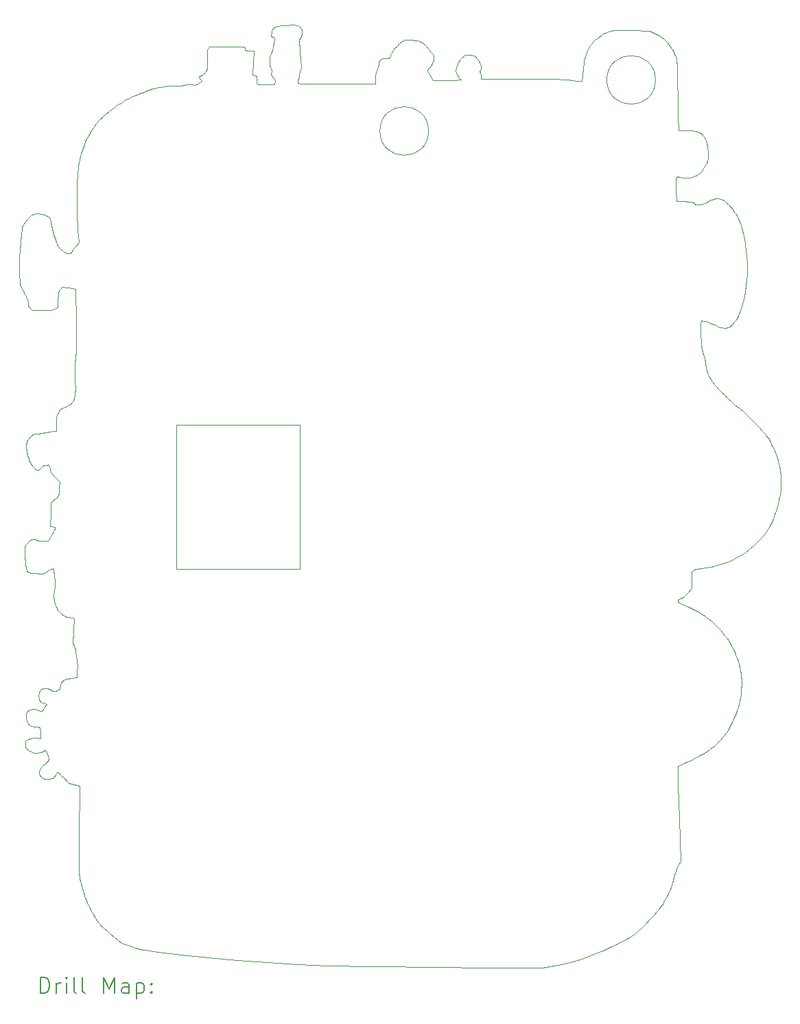
<source format=gbr>
%TF.GenerationSoftware,KiCad,Pcbnew,8.0.4*%
%TF.CreationDate,2024-09-17T14:39:20-07:00*%
%TF.ProjectId,DC33_Cnet_Badge_Main,44433333-5f43-46e6-9574-5f4261646765,rev?*%
%TF.SameCoordinates,Original*%
%TF.FileFunction,Drillmap*%
%TF.FilePolarity,Positive*%
%FSLAX45Y45*%
G04 Gerber Fmt 4.5, Leading zero omitted, Abs format (unit mm)*
G04 Created by KiCad (PCBNEW 8.0.4) date 2024-09-17 14:39:20*
%MOMM*%
%LPD*%
G01*
G04 APERTURE LIST*
%ADD10C,0.050000*%
%ADD11C,0.084666*%
%ADD12C,0.200000*%
G04 APERTURE END LIST*
D10*
X15500000Y-5350000D02*
G75*
G02*
X14900000Y-5350000I-300000J0D01*
G01*
X14900000Y-5350000D02*
G75*
G02*
X15500000Y-5350000I300000J0D01*
G01*
X18300000Y-4720000D02*
G75*
G02*
X17700000Y-4720000I-300000J0D01*
G01*
X17700000Y-4720000D02*
G75*
G02*
X18300000Y-4720000I300000J0D01*
G01*
D11*
X13825417Y-4041263D02*
X13840059Y-4041746D01*
X13853063Y-4042719D01*
X13864580Y-4044219D01*
X13874761Y-4046284D01*
X13883758Y-4048951D01*
X13891723Y-4052258D01*
X13898807Y-4056242D01*
X13905161Y-4060940D01*
X13910938Y-4066390D01*
X13916288Y-4072629D01*
X13921363Y-4079694D01*
X13926315Y-4087624D01*
X13928778Y-4091908D01*
X13930965Y-4095967D01*
X13932882Y-4099844D01*
X13934537Y-4103583D01*
X13935936Y-4107228D01*
X13937086Y-4110822D01*
X13937993Y-4114410D01*
X13938663Y-4118036D01*
X13939104Y-4121743D01*
X13939323Y-4125575D01*
X13939325Y-4129577D01*
X13939118Y-4133791D01*
X13938708Y-4138263D01*
X13938102Y-4143035D01*
X13937307Y-4148152D01*
X13936328Y-4153658D01*
X13935529Y-4157568D01*
X13934577Y-4161592D01*
X13933483Y-4165700D01*
X13932261Y-4169861D01*
X13930923Y-4174044D01*
X13929481Y-4178221D01*
X13927947Y-4182359D01*
X13926335Y-4186430D01*
X13924656Y-4190401D01*
X13922923Y-4194244D01*
X13921148Y-4197928D01*
X13919344Y-4201422D01*
X13917523Y-4204695D01*
X13915698Y-4207719D01*
X13913881Y-4210461D01*
X13912084Y-4212893D01*
X13909524Y-4216233D01*
X13907258Y-4219388D01*
X13905281Y-4222399D01*
X13903584Y-4225305D01*
X13902839Y-4226731D01*
X13902161Y-4228146D01*
X13901550Y-4229556D01*
X13901005Y-4230964D01*
X13900525Y-4232376D01*
X13900108Y-4233797D01*
X13899755Y-4235231D01*
X13899464Y-4236685D01*
X13899234Y-4238163D01*
X13899064Y-4239669D01*
X13898954Y-4241210D01*
X13898903Y-4242790D01*
X13898909Y-4244413D01*
X13898973Y-4246086D01*
X13899266Y-4249598D01*
X13899777Y-4253366D01*
X13900497Y-4257430D01*
X13901419Y-4261831D01*
X13902537Y-4266608D01*
X13904197Y-4275231D01*
X13905951Y-4287618D01*
X13907745Y-4303188D01*
X13909528Y-4321358D01*
X13911245Y-4341548D01*
X13912843Y-4363176D01*
X13914271Y-4385660D01*
X13915473Y-4408418D01*
X13916684Y-4430738D01*
X13918134Y-4451965D01*
X13919768Y-4471608D01*
X13921532Y-4489171D01*
X13923371Y-4504162D01*
X13925231Y-4516086D01*
X13927057Y-4524450D01*
X13927940Y-4527143D01*
X13928794Y-4528761D01*
X13929272Y-4529424D01*
X13929707Y-4530151D01*
X13930101Y-4530940D01*
X13930453Y-4531791D01*
X13930763Y-4532705D01*
X13931031Y-4533681D01*
X13931257Y-4534718D01*
X13931441Y-4535817D01*
X13931684Y-4538197D01*
X13931760Y-4540818D01*
X13931669Y-4543677D01*
X13931412Y-4546773D01*
X13930989Y-4550103D01*
X13930399Y-4553664D01*
X13929644Y-4557453D01*
X13928724Y-4561469D01*
X13927638Y-4565708D01*
X13926388Y-4570169D01*
X13924973Y-4574848D01*
X13923393Y-4579743D01*
X13918257Y-4597135D01*
X13912230Y-4620537D01*
X13905796Y-4647688D01*
X13899443Y-4676327D01*
X13893655Y-4704192D01*
X13888920Y-4729022D01*
X13885722Y-4748555D01*
X13884852Y-4755628D01*
X13884549Y-4760529D01*
X13885119Y-4760953D01*
X13886817Y-4761367D01*
X13893516Y-4762170D01*
X13919566Y-4763660D01*
X13961418Y-4764976D01*
X14017792Y-4766100D01*
X14168988Y-4767686D01*
X14362916Y-4768251D01*
X14841283Y-4768251D01*
X14839852Y-4728034D01*
X14839636Y-4717873D01*
X14839704Y-4707705D01*
X14840054Y-4697556D01*
X14840678Y-4687456D01*
X14841572Y-4677432D01*
X14842730Y-4667512D01*
X14844147Y-4657724D01*
X14845819Y-4648097D01*
X14847739Y-4638657D01*
X14849902Y-4629434D01*
X14852303Y-4620456D01*
X14854937Y-4611749D01*
X14857799Y-4603343D01*
X14860883Y-4595265D01*
X14864183Y-4587543D01*
X14867696Y-4580205D01*
X14869319Y-4576861D01*
X14870899Y-4573326D01*
X14872429Y-4569633D01*
X14873899Y-4565810D01*
X14875302Y-4561889D01*
X14876628Y-4557900D01*
X14877871Y-4553872D01*
X14879021Y-4549838D01*
X14880070Y-4545826D01*
X14881011Y-4541868D01*
X14881834Y-4537993D01*
X14882531Y-4534232D01*
X14883094Y-4530616D01*
X14883515Y-4527175D01*
X14883785Y-4523939D01*
X14883896Y-4520938D01*
X14884008Y-4518002D01*
X14884278Y-4514954D01*
X14884699Y-4511819D01*
X14885261Y-4508620D01*
X14885957Y-4505382D01*
X14886779Y-4502128D01*
X14887717Y-4498883D01*
X14888765Y-4495671D01*
X14889913Y-4492515D01*
X14891153Y-4489440D01*
X14892478Y-4486470D01*
X14893878Y-4483629D01*
X14895345Y-4480941D01*
X14896872Y-4478430D01*
X14898450Y-4476119D01*
X14900070Y-4474034D01*
X14902535Y-4471207D01*
X14903764Y-4469900D01*
X14904999Y-4468662D01*
X14906246Y-4467492D01*
X14907511Y-4466387D01*
X14908800Y-4465345D01*
X14910119Y-4464367D01*
X14911474Y-4463448D01*
X14912872Y-4462588D01*
X14914319Y-4461785D01*
X14915819Y-4461037D01*
X14917380Y-4460342D01*
X14919008Y-4459699D01*
X14920708Y-4459106D01*
X14922488Y-4458562D01*
X14924351Y-4458063D01*
X14926306Y-4457610D01*
X14928358Y-4457199D01*
X14930512Y-4456830D01*
X14932776Y-4456500D01*
X14935154Y-4456208D01*
X14940281Y-4455731D01*
X14945941Y-4455383D01*
X14952182Y-4455152D01*
X14959054Y-4455024D01*
X14966604Y-4454984D01*
X14982239Y-4454878D01*
X14988719Y-4454710D01*
X14994392Y-4454434D01*
X14999321Y-4454026D01*
X15003569Y-4453462D01*
X15007199Y-4452720D01*
X15010274Y-4451775D01*
X15012858Y-4450604D01*
X15013986Y-4449926D01*
X15015014Y-4449182D01*
X15015951Y-4448371D01*
X15016805Y-4447488D01*
X15018293Y-4445496D01*
X15019543Y-4443183D01*
X15020617Y-4440527D01*
X15021579Y-4437502D01*
X15022491Y-4434085D01*
X15025163Y-4425048D01*
X15028746Y-4415498D01*
X15033183Y-4405515D01*
X15038417Y-4395175D01*
X15044389Y-4384556D01*
X15051044Y-4373736D01*
X15058324Y-4362792D01*
X15066172Y-4351801D01*
X15074530Y-4340841D01*
X15083341Y-4329990D01*
X15092548Y-4319324D01*
X15102094Y-4308923D01*
X15111922Y-4298862D01*
X15121974Y-4289220D01*
X15132193Y-4280073D01*
X15142522Y-4271501D01*
X15199136Y-4226384D01*
X15263070Y-4226384D01*
X15276892Y-4226659D01*
X15291682Y-4227447D01*
X15306978Y-4228693D01*
X15322323Y-4230341D01*
X15337257Y-4232336D01*
X15351321Y-4234623D01*
X15364056Y-4237147D01*
X15375003Y-4239852D01*
X15382551Y-4242044D01*
X15389510Y-4244244D01*
X15395972Y-4246520D01*
X15402032Y-4248941D01*
X15407784Y-4251574D01*
X15413321Y-4254487D01*
X15418738Y-4257748D01*
X15424128Y-4261425D01*
X15429585Y-4265585D01*
X15435202Y-4270296D01*
X15441075Y-4275626D01*
X15447297Y-4281643D01*
X15453961Y-4288415D01*
X15461161Y-4296009D01*
X15468991Y-4304493D01*
X15477546Y-4313936D01*
X15488879Y-4326730D01*
X15500180Y-4339861D01*
X15511149Y-4352956D01*
X15521486Y-4365641D01*
X15530893Y-4377545D01*
X15539070Y-4388293D01*
X15545717Y-4397514D01*
X15550536Y-4404835D01*
X15553700Y-4410068D01*
X15556452Y-4414764D01*
X15558798Y-4419033D01*
X15560744Y-4422984D01*
X15561569Y-4424874D01*
X15562297Y-4426726D01*
X15562928Y-4428552D01*
X15563462Y-4430367D01*
X15563902Y-4432185D01*
X15564247Y-4434018D01*
X15564499Y-4435881D01*
X15564657Y-4437786D01*
X15564724Y-4439749D01*
X15564700Y-4441782D01*
X15564585Y-4443899D01*
X15564381Y-4446113D01*
X15564087Y-4448439D01*
X15563706Y-4450890D01*
X15562682Y-4456221D01*
X15561316Y-4462215D01*
X15559614Y-4468982D01*
X15555226Y-4485268D01*
X15553482Y-4491325D01*
X15551606Y-4497270D01*
X15549599Y-4503097D01*
X15547466Y-4508800D01*
X15545209Y-4514372D01*
X15542831Y-4519809D01*
X15540336Y-4525104D01*
X15537727Y-4530251D01*
X15535007Y-4535245D01*
X15532178Y-4540080D01*
X15529244Y-4544749D01*
X15526209Y-4549246D01*
X15523074Y-4553567D01*
X15519844Y-4557705D01*
X15516521Y-4561654D01*
X15513109Y-4565408D01*
X15507411Y-4571588D01*
X15502096Y-4577654D01*
X15497279Y-4583451D01*
X15493078Y-4588826D01*
X15489607Y-4593624D01*
X15488183Y-4595759D01*
X15486984Y-4597691D01*
X15486027Y-4599403D01*
X15485325Y-4600873D01*
X15484893Y-4602084D01*
X15484746Y-4603016D01*
X15484924Y-4604091D01*
X15485445Y-4605722D01*
X15486292Y-4607877D01*
X15487448Y-4610521D01*
X15490615Y-4617146D01*
X15494806Y-4625328D01*
X15499879Y-4634799D01*
X15505695Y-4645293D01*
X15512112Y-4656541D01*
X15518992Y-4668275D01*
X15553236Y-4725918D01*
X15687143Y-4725918D01*
X15742274Y-4725488D01*
X15793395Y-4724317D01*
X15834807Y-4722584D01*
X15850092Y-4721562D01*
X15860812Y-4720468D01*
X15900576Y-4715017D01*
X15874036Y-4687635D01*
X15869149Y-4682379D01*
X15864605Y-4677045D01*
X15860403Y-4671633D01*
X15856544Y-4666141D01*
X15853028Y-4660568D01*
X15849854Y-4654912D01*
X15847023Y-4649172D01*
X15844535Y-4643347D01*
X15842390Y-4637435D01*
X15840588Y-4631435D01*
X15839129Y-4625346D01*
X15838014Y-4619165D01*
X15837242Y-4612893D01*
X15836813Y-4606527D01*
X15836728Y-4600066D01*
X15836987Y-4593509D01*
X15837589Y-4586854D01*
X15838536Y-4580100D01*
X15839826Y-4573246D01*
X15841460Y-4566290D01*
X15843438Y-4559231D01*
X15845761Y-4552067D01*
X15848427Y-4544798D01*
X15851438Y-4537421D01*
X15854794Y-4529936D01*
X15858494Y-4522341D01*
X15862539Y-4514634D01*
X15866928Y-4506815D01*
X15876741Y-4490832D01*
X15887935Y-4474383D01*
X15896125Y-4463216D01*
X15904006Y-4453207D01*
X15911665Y-4444319D01*
X15915439Y-4440284D01*
X15919190Y-4436516D01*
X15922929Y-4433010D01*
X15926667Y-4429761D01*
X15930415Y-4426764D01*
X15934183Y-4424016D01*
X15937984Y-4421512D01*
X15941827Y-4419246D01*
X15945723Y-4417215D01*
X15949684Y-4415413D01*
X15953720Y-4413837D01*
X15957842Y-4412481D01*
X15962061Y-4411341D01*
X15966389Y-4410412D01*
X15970835Y-4409690D01*
X15975411Y-4409170D01*
X15980127Y-4408848D01*
X15984995Y-4408718D01*
X15990025Y-4408777D01*
X15995229Y-4409019D01*
X16000617Y-4409441D01*
X16006200Y-4410037D01*
X16017995Y-4411734D01*
X16030701Y-4414074D01*
X16038034Y-4415594D01*
X16044637Y-4417091D01*
X16050597Y-4418630D01*
X16056002Y-4420276D01*
X16060943Y-4422094D01*
X16063266Y-4423087D01*
X16065506Y-4424148D01*
X16067675Y-4425283D01*
X16069782Y-4426503D01*
X16071839Y-4427813D01*
X16073857Y-4429223D01*
X16075848Y-4430741D01*
X16077822Y-4432374D01*
X16081763Y-4436019D01*
X16085771Y-4440225D01*
X16089933Y-4445054D01*
X16094338Y-4450572D01*
X16099075Y-4456844D01*
X16104231Y-4463934D01*
X16109897Y-4471907D01*
X16116578Y-4481812D01*
X16122632Y-4491671D01*
X16128051Y-4501445D01*
X16132825Y-4511094D01*
X16136949Y-4520579D01*
X16140412Y-4529860D01*
X16143207Y-4538899D01*
X16145326Y-4547655D01*
X16146761Y-4556089D01*
X16147503Y-4564163D01*
X16147545Y-4571836D01*
X16146878Y-4579069D01*
X16145494Y-4585822D01*
X16144530Y-4589007D01*
X16143385Y-4592057D01*
X16142056Y-4594968D01*
X16140543Y-4597734D01*
X16138844Y-4600351D01*
X16136959Y-4602814D01*
X16135435Y-4604714D01*
X16134103Y-4606513D01*
X16132963Y-4608220D01*
X16132015Y-4609846D01*
X16131613Y-4610631D01*
X16131258Y-4611399D01*
X16130951Y-4612151D01*
X16130691Y-4612888D01*
X16130479Y-4613612D01*
X16130314Y-4614324D01*
X16130196Y-4615024D01*
X16130125Y-4615715D01*
X16130102Y-4616397D01*
X16130125Y-4617071D01*
X16130196Y-4617739D01*
X16130313Y-4618401D01*
X16130477Y-4619060D01*
X16130688Y-4619715D01*
X16130945Y-4620369D01*
X16131249Y-4621022D01*
X16131599Y-4621676D01*
X16131996Y-4622332D01*
X16132439Y-4622991D01*
X16132928Y-4623654D01*
X16134045Y-4624996D01*
X16135345Y-4626370D01*
X16135848Y-4626920D01*
X16136344Y-4627557D01*
X16137314Y-4629082D01*
X16138251Y-4630920D01*
X16139151Y-4633048D01*
X16140007Y-4635443D01*
X16140815Y-4638080D01*
X16141570Y-4640935D01*
X16142267Y-4643986D01*
X16142901Y-4647209D01*
X16143466Y-4650579D01*
X16143958Y-4654073D01*
X16144373Y-4657668D01*
X16144703Y-4661340D01*
X16144946Y-4665064D01*
X16145095Y-4668818D01*
X16145146Y-4672578D01*
X16145146Y-4708984D01*
X16651029Y-4709148D01*
X16899369Y-4709828D01*
X17073058Y-4711916D01*
X17189720Y-4715774D01*
X17232174Y-4718480D01*
X17266979Y-4721764D01*
X17347396Y-4730582D01*
X17373946Y-4733283D01*
X17386176Y-4734299D01*
X17386715Y-4734157D01*
X17387264Y-4733723D01*
X17387823Y-4733002D01*
X17388393Y-4731996D01*
X17389558Y-4729141D01*
X17390756Y-4725186D01*
X17391984Y-4720156D01*
X17393237Y-4714076D01*
X17394511Y-4706973D01*
X17395803Y-4698871D01*
X17397108Y-4689798D01*
X17398423Y-4679778D01*
X17399744Y-4668838D01*
X17401067Y-4657002D01*
X17403703Y-4630749D01*
X17406300Y-4601226D01*
X17409992Y-4562124D01*
X17414444Y-4525584D01*
X17419736Y-4491435D01*
X17425949Y-4459509D01*
X17433162Y-4429635D01*
X17441455Y-4401644D01*
X17450909Y-4375367D01*
X17461604Y-4350635D01*
X17473618Y-4327278D01*
X17487033Y-4305126D01*
X17501929Y-4284010D01*
X17518385Y-4263762D01*
X17536481Y-4244210D01*
X17556298Y-4225186D01*
X17577915Y-4206521D01*
X17601412Y-4188045D01*
X17607304Y-4183715D01*
X17613591Y-4179301D01*
X17627123Y-4170347D01*
X17641559Y-4161437D01*
X17656446Y-4152822D01*
X17671333Y-4144757D01*
X17685768Y-4137493D01*
X17699301Y-4131284D01*
X17705588Y-4128654D01*
X17711479Y-4126383D01*
X17721119Y-4122885D01*
X17729999Y-4119824D01*
X17738521Y-4117176D01*
X17747087Y-4114920D01*
X17751511Y-4113931D01*
X17756097Y-4113032D01*
X17760895Y-4112219D01*
X17765954Y-4111490D01*
X17777058Y-4110271D01*
X17789810Y-4109352D01*
X17804613Y-4108711D01*
X17821867Y-4108324D01*
X17841974Y-4108169D01*
X17865335Y-4108224D01*
X17892352Y-4108466D01*
X17923425Y-4108871D01*
X17999346Y-4110083D01*
X18232179Y-4113967D01*
X18299912Y-4151468D01*
X18314296Y-4159568D01*
X18329216Y-4168220D01*
X18344240Y-4177156D01*
X18358934Y-4186110D01*
X18372862Y-4194812D01*
X18385593Y-4202996D01*
X18396690Y-4210394D01*
X18405721Y-4216738D01*
X18414037Y-4223330D01*
X18422691Y-4231191D01*
X18431618Y-4240226D01*
X18440754Y-4250339D01*
X18450036Y-4261435D01*
X18459399Y-4273419D01*
X18468779Y-4286195D01*
X18478112Y-4299668D01*
X18487333Y-4313744D01*
X18496378Y-4328325D01*
X18505184Y-4343318D01*
X18513685Y-4358627D01*
X18521819Y-4374157D01*
X18529520Y-4389812D01*
X18536724Y-4405497D01*
X18543368Y-4421117D01*
X18547256Y-4430756D01*
X18550676Y-4439674D01*
X18553666Y-4448294D01*
X18556262Y-4457040D01*
X18557425Y-4461592D01*
X18558504Y-4466335D01*
X18559503Y-4471320D01*
X18560428Y-4476602D01*
X18561283Y-4482233D01*
X18562073Y-4488265D01*
X18563476Y-4501747D01*
X18564674Y-4517473D01*
X18565706Y-4535864D01*
X18566609Y-4557345D01*
X18567422Y-4582339D01*
X18568180Y-4611270D01*
X18568924Y-4644561D01*
X18570514Y-4725917D01*
X18575337Y-4956000D01*
X18580326Y-5158444D01*
X18585432Y-5341204D01*
X18672219Y-5341514D01*
X18695560Y-5341813D01*
X18716376Y-5342574D01*
X18735139Y-5343860D01*
X18752320Y-5345733D01*
X18760464Y-5346909D01*
X18768390Y-5348255D01*
X18776156Y-5349779D01*
X18783821Y-5351489D01*
X18799084Y-5355497D01*
X18814651Y-5360341D01*
X18823487Y-5363329D01*
X18831451Y-5366141D01*
X18838625Y-5368839D01*
X18845090Y-5371481D01*
X18850928Y-5374126D01*
X18856219Y-5376833D01*
X18861045Y-5379662D01*
X18865487Y-5382672D01*
X18869626Y-5385923D01*
X18873543Y-5389473D01*
X18877320Y-5393382D01*
X18881038Y-5397708D01*
X18884777Y-5402512D01*
X18888620Y-5407853D01*
X18892647Y-5413789D01*
X18896939Y-5420380D01*
X18903543Y-5431116D01*
X18909625Y-5441953D01*
X18915199Y-5452950D01*
X18920279Y-5464162D01*
X18924877Y-5475645D01*
X18929007Y-5487457D01*
X18932682Y-5499655D01*
X18935916Y-5512293D01*
X18938721Y-5525430D01*
X18941111Y-5539121D01*
X18943099Y-5553424D01*
X18944699Y-5568394D01*
X18945923Y-5584089D01*
X18946785Y-5600564D01*
X18947299Y-5617877D01*
X18947476Y-5636083D01*
X18947390Y-5662656D01*
X18946918Y-5683672D01*
X18946465Y-5692457D01*
X18945828Y-5700285D01*
X18944980Y-5707302D01*
X18943890Y-5713650D01*
X18942531Y-5719475D01*
X18940873Y-5724920D01*
X18938887Y-5730130D01*
X18936544Y-5735248D01*
X18933815Y-5740421D01*
X18930673Y-5745790D01*
X18923028Y-5757699D01*
X18917816Y-5765759D01*
X18912398Y-5774511D01*
X18906932Y-5783675D01*
X18901576Y-5792972D01*
X18896489Y-5802122D01*
X18891829Y-5810846D01*
X18887755Y-5818863D01*
X18884424Y-5825893D01*
X18882765Y-5829298D01*
X18880854Y-5832720D01*
X18878698Y-5836156D01*
X18876302Y-5839600D01*
X18873673Y-5843050D01*
X18870818Y-5846501D01*
X18867743Y-5849949D01*
X18864455Y-5853388D01*
X18857263Y-5860227D01*
X18849294Y-5866985D01*
X18840599Y-5873626D01*
X18831230Y-5880118D01*
X18821238Y-5886426D01*
X18810676Y-5892515D01*
X18799593Y-5898354D01*
X18788042Y-5903906D01*
X18776073Y-5909138D01*
X18763740Y-5914016D01*
X18751092Y-5918507D01*
X18738181Y-5922576D01*
X18730258Y-5924799D01*
X18722609Y-5926686D01*
X18715138Y-5928233D01*
X18707753Y-5929435D01*
X18700359Y-5930288D01*
X18692862Y-5930785D01*
X18685167Y-5930924D01*
X18677181Y-5930698D01*
X18668809Y-5930104D01*
X18659958Y-5929136D01*
X18650532Y-5927790D01*
X18640438Y-5926061D01*
X18629582Y-5923945D01*
X18617869Y-5921437D01*
X18605206Y-5918531D01*
X18591498Y-5915224D01*
X18587916Y-5914393D01*
X18584539Y-5913729D01*
X18581362Y-5913253D01*
X18578380Y-5912985D01*
X18575590Y-5912945D01*
X18572986Y-5913156D01*
X18570562Y-5913636D01*
X18568316Y-5914408D01*
X18567257Y-5914910D01*
X18566241Y-5915492D01*
X18565266Y-5916157D01*
X18564333Y-5916908D01*
X18563440Y-5917747D01*
X18562587Y-5918677D01*
X18561773Y-5919701D01*
X18560998Y-5920821D01*
X18559563Y-5923359D01*
X18558275Y-5926312D01*
X18557130Y-5929702D01*
X18556124Y-5933548D01*
X18555251Y-5937873D01*
X18554507Y-5942695D01*
X18553888Y-5948036D01*
X18553387Y-5953917D01*
X18553001Y-5960359D01*
X18552725Y-5967382D01*
X18552554Y-5975006D01*
X18552483Y-5983254D01*
X18552508Y-5992144D01*
X18552623Y-6001699D01*
X18553107Y-6022883D01*
X18553897Y-6046973D01*
X18554954Y-6074133D01*
X18560670Y-6213584D01*
X18662327Y-6219050D01*
X18692180Y-6220773D01*
X18715934Y-6222484D01*
X18734399Y-6224342D01*
X18741903Y-6225376D01*
X18748389Y-6226507D01*
X18753960Y-6227755D01*
X18758717Y-6229140D01*
X18762761Y-6230682D01*
X18766193Y-6232402D01*
X18769117Y-6234318D01*
X18771632Y-6236451D01*
X18773841Y-6238822D01*
X18775845Y-6241449D01*
X18777849Y-6243982D01*
X18780172Y-6246326D01*
X18782799Y-6248483D01*
X18785712Y-6250452D01*
X18788899Y-6252236D01*
X18792342Y-6253834D01*
X18796027Y-6255248D01*
X18799938Y-6256479D01*
X18804061Y-6257527D01*
X18808379Y-6258393D01*
X18812877Y-6259079D01*
X18817541Y-6259584D01*
X18827301Y-6260058D01*
X18837538Y-6259823D01*
X18848127Y-6258885D01*
X18858947Y-6257252D01*
X18869875Y-6254930D01*
X18880787Y-6251925D01*
X18891562Y-6248246D01*
X18902076Y-6243899D01*
X18907197Y-6241476D01*
X18912207Y-6238890D01*
X18917090Y-6236140D01*
X18921832Y-6233227D01*
X18938193Y-6223168D01*
X18954187Y-6214227D01*
X18969817Y-6206404D01*
X18985092Y-6199698D01*
X19000016Y-6194108D01*
X19014596Y-6189633D01*
X19028839Y-6186274D01*
X19042749Y-6184028D01*
X19056333Y-6182895D01*
X19069597Y-6182875D01*
X19082547Y-6183967D01*
X19095190Y-6186169D01*
X19107531Y-6189482D01*
X19119576Y-6193904D01*
X19131332Y-6199435D01*
X19142804Y-6206074D01*
X19152043Y-6212346D01*
X19161634Y-6219637D01*
X19171522Y-6227882D01*
X19181648Y-6237013D01*
X19191957Y-6246964D01*
X19202391Y-6257668D01*
X19212893Y-6269058D01*
X19223406Y-6281067D01*
X19233873Y-6293628D01*
X19244237Y-6306676D01*
X19254441Y-6320143D01*
X19264428Y-6333962D01*
X19274141Y-6348066D01*
X19283523Y-6362390D01*
X19292517Y-6376865D01*
X19301067Y-6391426D01*
X19324436Y-6437622D01*
X19345612Y-6489909D01*
X19364541Y-6547548D01*
X19381165Y-6609800D01*
X19395431Y-6675927D01*
X19407282Y-6745192D01*
X19416662Y-6816855D01*
X19423515Y-6890179D01*
X19427787Y-6964425D01*
X19429421Y-7038855D01*
X19428362Y-7112730D01*
X19424554Y-7185313D01*
X19417941Y-7255865D01*
X19408468Y-7323647D01*
X19396079Y-7387921D01*
X19380718Y-7447950D01*
X19362109Y-7509215D01*
X19344577Y-7561589D01*
X19336052Y-7584774D01*
X19327602Y-7606133D01*
X19319160Y-7625800D01*
X19310661Y-7643906D01*
X19302041Y-7660586D01*
X19293233Y-7675971D01*
X19284173Y-7690194D01*
X19274795Y-7703387D01*
X19265035Y-7715684D01*
X19254826Y-7727215D01*
X19244104Y-7738116D01*
X19232804Y-7748517D01*
X19227274Y-7753318D01*
X19222205Y-7757574D01*
X19217504Y-7761315D01*
X19213077Y-7764575D01*
X19208832Y-7767384D01*
X19206748Y-7768630D01*
X19204674Y-7769775D01*
X19202599Y-7770824D01*
X19200511Y-7771779D01*
X19198398Y-7772647D01*
X19196249Y-7773429D01*
X19194052Y-7774131D01*
X19191796Y-7774756D01*
X19189468Y-7775308D01*
X19187057Y-7775791D01*
X19181940Y-7776568D01*
X19176352Y-7777117D01*
X19170198Y-7777471D01*
X19163387Y-7777661D01*
X19155824Y-7777719D01*
X19147417Y-7777677D01*
X19140884Y-7777552D01*
X19134542Y-7777298D01*
X19128383Y-7776914D01*
X19122401Y-7776398D01*
X19116588Y-7775750D01*
X19110939Y-7774966D01*
X19105445Y-7774046D01*
X19100101Y-7772989D01*
X19094900Y-7771793D01*
X19089834Y-7770456D01*
X19084898Y-7768977D01*
X19080083Y-7767355D01*
X19075384Y-7765588D01*
X19070794Y-7763675D01*
X19066305Y-7761614D01*
X19061912Y-7759404D01*
X19030065Y-7742832D01*
X19003321Y-7729335D01*
X18980855Y-7718571D01*
X18961842Y-7710197D01*
X18945457Y-7703871D01*
X18937992Y-7701368D01*
X18930876Y-7699249D01*
X18924003Y-7697471D01*
X18917273Y-7695991D01*
X18903823Y-7693752D01*
X18864269Y-7688411D01*
X18858748Y-7733280D01*
X18857461Y-7748584D01*
X18856768Y-7768055D01*
X18856974Y-7816763D01*
X18858995Y-7873930D01*
X18862459Y-7934080D01*
X18866994Y-7991739D01*
X18872229Y-8041432D01*
X18877791Y-8077683D01*
X18880579Y-8089058D01*
X18883309Y-8095019D01*
X18886076Y-8098518D01*
X18888772Y-8102711D01*
X18891403Y-8107615D01*
X18893973Y-8113247D01*
X18896486Y-8119624D01*
X18898947Y-8126762D01*
X18901359Y-8134681D01*
X18903728Y-8143395D01*
X18906058Y-8152922D01*
X18908353Y-8163280D01*
X18910618Y-8174485D01*
X18912857Y-8186554D01*
X18915074Y-8199505D01*
X18917274Y-8213355D01*
X18919461Y-8228119D01*
X18921639Y-8243817D01*
X18926469Y-8272606D01*
X18933240Y-8300855D01*
X18942141Y-8328804D01*
X18953360Y-8356691D01*
X18967083Y-8384758D01*
X18983500Y-8413243D01*
X19002797Y-8442385D01*
X19025162Y-8472425D01*
X19050784Y-8503602D01*
X19079849Y-8536154D01*
X19112547Y-8570323D01*
X19149063Y-8606347D01*
X19189587Y-8644466D01*
X19234306Y-8684919D01*
X19283407Y-8727946D01*
X19337079Y-8773786D01*
X19386862Y-8817044D01*
X19437219Y-8863038D01*
X19486889Y-8910482D01*
X19534608Y-8958086D01*
X19579113Y-9004563D01*
X19619143Y-9048625D01*
X19653434Y-9088983D01*
X19668032Y-9107371D01*
X19680723Y-9124350D01*
X19690279Y-9138279D01*
X19700020Y-9153749D01*
X19709886Y-9170622D01*
X19719816Y-9188759D01*
X19729753Y-9208022D01*
X19739635Y-9228272D01*
X19749405Y-9249370D01*
X19759002Y-9271177D01*
X19768366Y-9293556D01*
X19777439Y-9316367D01*
X19786161Y-9339472D01*
X19794472Y-9362732D01*
X19802313Y-9386008D01*
X19809624Y-9409162D01*
X19816346Y-9432056D01*
X19822420Y-9454550D01*
X19828613Y-9479677D01*
X19833592Y-9502743D01*
X19835670Y-9513908D01*
X19837498Y-9525043D01*
X19839092Y-9536312D01*
X19840470Y-9547875D01*
X19841650Y-9559896D01*
X19842650Y-9572535D01*
X19844178Y-9600320D01*
X19845195Y-9632526D01*
X19845841Y-9670450D01*
X19846168Y-9709900D01*
X19845978Y-9742720D01*
X19845117Y-9770595D01*
X19843430Y-9795212D01*
X19840765Y-9818257D01*
X19836967Y-9841415D01*
X19831881Y-9866373D01*
X19825355Y-9894817D01*
X19820303Y-9915333D01*
X19814410Y-9937970D01*
X19800949Y-9986618D01*
X19786682Y-10034800D01*
X19779778Y-10056851D01*
X19773313Y-10076550D01*
X19752653Y-10130944D01*
X19727922Y-10184161D01*
X19699320Y-10236025D01*
X19667046Y-10286357D01*
X19631301Y-10334979D01*
X19592285Y-10381713D01*
X19550196Y-10426382D01*
X19505236Y-10468807D01*
X19457603Y-10508810D01*
X19407498Y-10546215D01*
X19355121Y-10580842D01*
X19300672Y-10612513D01*
X19244350Y-10641052D01*
X19186355Y-10666280D01*
X19126887Y-10688019D01*
X19066145Y-10706090D01*
X19041315Y-10712358D01*
X19014535Y-10718606D01*
X18986650Y-10724671D01*
X18958506Y-10730387D01*
X18930946Y-10735588D01*
X18904815Y-10740109D01*
X18880957Y-10743784D01*
X18860218Y-10746447D01*
X18821474Y-10751011D01*
X18805810Y-10753359D01*
X18792391Y-10756035D01*
X18786471Y-10757562D01*
X18781050Y-10759250D01*
X18776105Y-10761126D01*
X18771616Y-10763216D01*
X18767562Y-10765547D01*
X18763922Y-10768145D01*
X18760673Y-10771037D01*
X18757796Y-10774249D01*
X18755269Y-10777808D01*
X18753071Y-10781740D01*
X18751181Y-10786071D01*
X18749577Y-10790829D01*
X18748239Y-10796040D01*
X18747145Y-10801730D01*
X18746275Y-10807925D01*
X18745606Y-10814653D01*
X18744791Y-10829811D01*
X18744530Y-10847416D01*
X18744995Y-10890813D01*
X18746521Y-10986645D01*
X18694835Y-11046824D01*
X18687731Y-11055008D01*
X18681014Y-11062562D01*
X18674650Y-11069511D01*
X18668607Y-11075884D01*
X18662852Y-11081706D01*
X18657352Y-11087006D01*
X18652073Y-11091810D01*
X18646983Y-11096146D01*
X18642050Y-11100039D01*
X18637239Y-11103518D01*
X18632518Y-11106610D01*
X18627855Y-11109341D01*
X18623216Y-11111738D01*
X18618568Y-11113829D01*
X18613878Y-11115640D01*
X18609114Y-11117199D01*
X18604335Y-11118681D01*
X18599991Y-11120139D01*
X18596065Y-11121589D01*
X18592540Y-11123045D01*
X18589397Y-11124522D01*
X18586620Y-11126037D01*
X18584191Y-11127603D01*
X18582091Y-11129236D01*
X18581160Y-11130082D01*
X18580305Y-11130951D01*
X18579523Y-11131844D01*
X18578813Y-11132763D01*
X18578173Y-11133710D01*
X18577599Y-11134687D01*
X18577091Y-11135697D01*
X18576645Y-11136739D01*
X18575934Y-11138934D01*
X18575448Y-11141286D01*
X18575169Y-11143811D01*
X18575080Y-11146523D01*
X18575118Y-11148031D01*
X18575241Y-11149496D01*
X18575457Y-11150922D01*
X18575774Y-11152317D01*
X18576203Y-11153685D01*
X18576751Y-11155032D01*
X18577428Y-11156364D01*
X18578243Y-11157687D01*
X18579205Y-11159005D01*
X18580323Y-11160325D01*
X18581606Y-11161653D01*
X18583062Y-11162993D01*
X18584702Y-11164352D01*
X18586533Y-11165734D01*
X18588566Y-11167147D01*
X18590808Y-11168595D01*
X18593269Y-11170084D01*
X18595958Y-11171619D01*
X18598884Y-11173207D01*
X18602056Y-11174852D01*
X18605483Y-11176561D01*
X18609173Y-11178339D01*
X18617383Y-11182125D01*
X18626756Y-11186255D01*
X18637364Y-11190773D01*
X18649281Y-11195726D01*
X18662577Y-11201156D01*
X18701095Y-11217358D01*
X18738028Y-11234086D01*
X18773494Y-11251429D01*
X18807609Y-11269476D01*
X18840490Y-11288313D01*
X18872253Y-11308031D01*
X18903014Y-11328715D01*
X18932890Y-11350456D01*
X18961998Y-11373341D01*
X18990454Y-11397458D01*
X19018375Y-11422895D01*
X19045877Y-11449740D01*
X19073076Y-11478082D01*
X19100090Y-11508009D01*
X19127035Y-11539609D01*
X19154027Y-11572970D01*
X19177323Y-11603906D01*
X19199493Y-11636214D01*
X19220484Y-11669750D01*
X19240244Y-11704369D01*
X19258721Y-11739928D01*
X19275864Y-11776282D01*
X19291621Y-11813287D01*
X19305939Y-11850799D01*
X19318767Y-11888675D01*
X19330053Y-11926769D01*
X19339745Y-11964938D01*
X19347791Y-12003038D01*
X19354140Y-12040924D01*
X19358739Y-12078453D01*
X19361536Y-12115481D01*
X19362480Y-12151862D01*
X19361799Y-12190847D01*
X19359758Y-12229657D01*
X19356367Y-12268265D01*
X19351633Y-12306645D01*
X19345564Y-12344770D01*
X19338167Y-12382612D01*
X19329451Y-12420145D01*
X19319423Y-12457343D01*
X19308090Y-12494178D01*
X19295461Y-12530623D01*
X19281543Y-12566652D01*
X19266343Y-12602238D01*
X19249871Y-12637355D01*
X19232133Y-12671974D01*
X19213137Y-12706070D01*
X19192891Y-12739615D01*
X19176069Y-12765840D01*
X19168068Y-12777808D01*
X19160225Y-12789149D01*
X19152457Y-12799967D01*
X19144676Y-12810362D01*
X19136797Y-12820438D01*
X19128735Y-12830297D01*
X19120405Y-12840041D01*
X19111720Y-12849771D01*
X19102596Y-12859592D01*
X19092947Y-12869604D01*
X19071730Y-12890612D01*
X19047386Y-12913615D01*
X19021632Y-12937142D01*
X19009780Y-12947607D01*
X18998402Y-12957354D01*
X18987341Y-12966492D01*
X18976441Y-12975133D01*
X18965545Y-12983388D01*
X18954496Y-12991365D01*
X18943137Y-12999177D01*
X18931312Y-13006933D01*
X18918863Y-13014745D01*
X18905634Y-13022722D01*
X18876208Y-13039614D01*
X18841780Y-13058494D01*
X18816458Y-13071938D01*
X18789913Y-13085612D01*
X18762934Y-13099135D01*
X18736313Y-13112129D01*
X18710838Y-13124212D01*
X18687300Y-13135003D01*
X18666489Y-13144124D01*
X18649195Y-13151194D01*
X18575142Y-13179882D01*
X18574957Y-13230682D01*
X18576321Y-13293029D01*
X18580178Y-13425230D01*
X18593005Y-13821636D01*
X18611251Y-14361790D01*
X18586147Y-14397369D01*
X18582843Y-14402321D01*
X18579544Y-14407814D01*
X18576241Y-14413875D01*
X18572924Y-14420526D01*
X18569584Y-14427796D01*
X18566212Y-14435707D01*
X18562799Y-14444286D01*
X18559336Y-14453559D01*
X18555813Y-14463549D01*
X18552222Y-14474283D01*
X18548553Y-14485786D01*
X18544796Y-14498083D01*
X18536987Y-14525159D01*
X18528720Y-14555715D01*
X18519390Y-14590041D01*
X18510289Y-14620972D01*
X18501026Y-14649534D01*
X18491211Y-14676756D01*
X18480454Y-14703665D01*
X18468364Y-14731287D01*
X18454551Y-14760650D01*
X18438624Y-14792782D01*
X18419407Y-14830451D01*
X18410953Y-14846448D01*
X18402875Y-14861075D01*
X18394879Y-14874724D01*
X18386668Y-14887785D01*
X18377948Y-14900650D01*
X18368423Y-14913711D01*
X18357799Y-14927358D01*
X18345779Y-14941983D01*
X18332069Y-14957977D01*
X18316374Y-14975732D01*
X18277847Y-15018088D01*
X18227835Y-15072182D01*
X18167672Y-15136434D01*
X18141555Y-15163440D01*
X18117243Y-15187625D01*
X18094110Y-15209438D01*
X18071527Y-15229324D01*
X18048867Y-15247729D01*
X18025500Y-15265099D01*
X18000801Y-15281880D01*
X17974140Y-15298518D01*
X17944890Y-15315460D01*
X17912423Y-15333151D01*
X17876111Y-15352038D01*
X17835327Y-15372567D01*
X17737828Y-15420334D01*
X17651232Y-15460684D01*
X17564081Y-15497910D01*
X17476768Y-15531882D01*
X17389690Y-15562468D01*
X17303239Y-15589536D01*
X17217811Y-15612957D01*
X17133801Y-15632599D01*
X17051602Y-15648331D01*
X16903943Y-15673315D01*
X16560536Y-15671926D01*
X16150126Y-15669021D01*
X15645628Y-15663988D01*
X15645617Y-15663987D01*
X14798879Y-15653305D01*
X14256692Y-15642655D01*
X13876479Y-15628149D01*
X13515666Y-15605898D01*
X13140539Y-15577709D01*
X12779804Y-15545993D01*
X12448480Y-15512174D01*
X12161583Y-15477673D01*
X12103007Y-15469751D01*
X12054563Y-15462705D01*
X12013807Y-15456020D01*
X11978297Y-15449183D01*
X11945589Y-15441682D01*
X11913241Y-15433001D01*
X11878809Y-15422629D01*
X11839850Y-15410050D01*
X11712850Y-15368200D01*
X11576335Y-15254268D01*
X11532172Y-15217266D01*
X11497816Y-15187822D01*
X11483652Y-15175224D01*
X11471144Y-15163662D01*
X11460025Y-15152852D01*
X11450032Y-15142509D01*
X11440897Y-15132350D01*
X11432356Y-15122088D01*
X11424144Y-15111441D01*
X11415995Y-15100123D01*
X11407644Y-15087850D01*
X11398825Y-15074338D01*
X11378722Y-15042458D01*
X11362500Y-15015684D01*
X11346771Y-14988147D01*
X11331567Y-14959936D01*
X11316926Y-14931141D01*
X11302879Y-14901852D01*
X11289464Y-14872158D01*
X11276713Y-14842148D01*
X11264661Y-14811913D01*
X11253343Y-14781541D01*
X11242794Y-14751123D01*
X11233048Y-14720748D01*
X11224139Y-14690505D01*
X11216102Y-14660484D01*
X11208972Y-14630774D01*
X11202782Y-14601466D01*
X11197569Y-14572648D01*
X11191598Y-14535172D01*
X11189185Y-14518234D01*
X11187131Y-14501765D01*
X11185421Y-14485216D01*
X11184036Y-14468037D01*
X11182962Y-14449679D01*
X11182180Y-14429594D01*
X11181674Y-14407233D01*
X11181428Y-14382046D01*
X11181648Y-14321001D01*
X11182707Y-14242065D01*
X11184471Y-14140848D01*
X11188833Y-13858145D01*
X11191201Y-13624304D01*
X11192151Y-13425261D01*
X11125006Y-13410168D01*
X11057861Y-13395077D01*
X10988112Y-13321393D01*
X10974041Y-13306763D01*
X10960797Y-13293447D01*
X10948679Y-13281712D01*
X10937984Y-13271826D01*
X10929012Y-13264057D01*
X10925265Y-13261050D01*
X10922060Y-13258673D01*
X10919435Y-13256958D01*
X10917426Y-13255940D01*
X10916665Y-13255703D01*
X10916072Y-13255652D01*
X10915652Y-13255793D01*
X10915409Y-13256128D01*
X10915010Y-13257160D01*
X10914429Y-13258504D01*
X10912764Y-13262043D01*
X10910507Y-13266575D01*
X10907746Y-13271926D01*
X10904571Y-13277924D01*
X10901074Y-13284398D01*
X10897343Y-13291176D01*
X10893468Y-13298084D01*
X10890350Y-13303494D01*
X10887411Y-13308330D01*
X10884579Y-13312639D01*
X10881780Y-13316467D01*
X10880369Y-13318216D01*
X10878939Y-13319862D01*
X10877479Y-13321411D01*
X10875982Y-13322868D01*
X10874437Y-13324241D01*
X10872835Y-13325534D01*
X10871168Y-13326753D01*
X10869425Y-13327905D01*
X10867598Y-13328994D01*
X10865677Y-13330027D01*
X10863653Y-13331010D01*
X10861517Y-13331948D01*
X10859260Y-13332847D01*
X10856872Y-13333714D01*
X10851666Y-13335370D01*
X10845827Y-13336965D01*
X10839280Y-13338543D01*
X10831951Y-13340152D01*
X10823766Y-13341839D01*
X10808145Y-13344861D01*
X10801510Y-13346006D01*
X10795546Y-13346897D01*
X10790169Y-13347526D01*
X10785293Y-13347887D01*
X10780834Y-13347972D01*
X10776709Y-13347774D01*
X10772831Y-13347286D01*
X10769117Y-13346499D01*
X10765482Y-13345408D01*
X10761840Y-13344005D01*
X10758109Y-13342282D01*
X10754203Y-13340233D01*
X10750037Y-13337849D01*
X10745527Y-13335125D01*
X10739352Y-13331157D01*
X10733530Y-13327074D01*
X10728067Y-13322883D01*
X10722971Y-13318593D01*
X10718247Y-13314214D01*
X10713902Y-13309752D01*
X10709941Y-13305217D01*
X10706371Y-13300617D01*
X10703198Y-13295960D01*
X10700428Y-13291256D01*
X10698067Y-13286512D01*
X10696121Y-13281737D01*
X10694597Y-13276939D01*
X10693501Y-13272127D01*
X10693116Y-13269719D01*
X10692839Y-13267310D01*
X10692673Y-13264902D01*
X10692617Y-13262495D01*
X10692725Y-13259808D01*
X10693042Y-13256973D01*
X10694275Y-13250907D01*
X10696251Y-13244392D01*
X10698909Y-13237521D01*
X10702184Y-13230388D01*
X10706013Y-13223087D01*
X10710332Y-13215712D01*
X10715079Y-13208357D01*
X10720190Y-13201115D01*
X10725601Y-13194081D01*
X10731249Y-13187349D01*
X10737070Y-13181012D01*
X10743002Y-13175164D01*
X10748981Y-13169899D01*
X10754943Y-13165311D01*
X10760825Y-13161494D01*
X10763602Y-13159767D01*
X10766453Y-13157795D01*
X10769357Y-13155599D01*
X10772292Y-13153204D01*
X10775237Y-13150631D01*
X10778172Y-13147903D01*
X10781074Y-13145043D01*
X10783923Y-13142074D01*
X10786698Y-13139019D01*
X10789376Y-13135900D01*
X10791937Y-13132740D01*
X10794360Y-13129562D01*
X10796624Y-13126388D01*
X10798706Y-13123241D01*
X10800587Y-13120145D01*
X10802244Y-13117122D01*
X10804811Y-13112108D01*
X10807024Y-13107614D01*
X10808873Y-13103531D01*
X10809658Y-13101610D01*
X10810350Y-13099751D01*
X10810946Y-13097941D01*
X10811446Y-13096167D01*
X10811849Y-13094415D01*
X10812152Y-13092671D01*
X10812357Y-13090922D01*
X10812460Y-13089154D01*
X10812462Y-13087354D01*
X10812360Y-13085509D01*
X10812155Y-13083605D01*
X10811845Y-13081629D01*
X10811428Y-13079567D01*
X10810904Y-13077405D01*
X10810271Y-13075131D01*
X10809529Y-13072730D01*
X10807711Y-13067495D01*
X10805442Y-13061593D01*
X10802712Y-13054916D01*
X10795837Y-13038805D01*
X10791790Y-13029574D01*
X10788054Y-13021414D01*
X10784587Y-13014294D01*
X10781342Y-13008183D01*
X10778275Y-13003049D01*
X10775341Y-12998860D01*
X10773910Y-12997110D01*
X10772495Y-12995585D01*
X10771091Y-12994281D01*
X10769692Y-12993193D01*
X10768293Y-12992319D01*
X10766888Y-12991653D01*
X10765471Y-12991191D01*
X10764037Y-12990931D01*
X10762580Y-12990868D01*
X10761095Y-12990998D01*
X10759576Y-12991318D01*
X10758017Y-12991822D01*
X10756412Y-12992508D01*
X10754757Y-12993371D01*
X10751272Y-12995614D01*
X10747516Y-12998520D01*
X10743444Y-13002056D01*
X10741757Y-13003373D01*
X10739607Y-13004703D01*
X10737026Y-13006038D01*
X10734048Y-13007369D01*
X10730705Y-13008686D01*
X10727030Y-13009980D01*
X10723057Y-13011242D01*
X10718818Y-13012464D01*
X10714345Y-13013636D01*
X10709673Y-13014749D01*
X10704833Y-13015795D01*
X10699859Y-13016763D01*
X10694784Y-13017646D01*
X10689640Y-13018434D01*
X10684460Y-13019117D01*
X10679278Y-13019688D01*
X10671186Y-13020447D01*
X10663828Y-13021028D01*
X10657103Y-13021410D01*
X10650906Y-13021569D01*
X10645136Y-13021484D01*
X10639689Y-13021131D01*
X10634463Y-13020487D01*
X10629356Y-13019532D01*
X10624264Y-13018240D01*
X10619085Y-13016591D01*
X10613717Y-13014562D01*
X10608056Y-13012129D01*
X10602000Y-13009270D01*
X10595447Y-13005962D01*
X10580436Y-12997912D01*
X10571133Y-12992682D01*
X10562827Y-12987719D01*
X10555470Y-12982939D01*
X10549016Y-12978261D01*
X10546112Y-12975933D01*
X10543417Y-12973599D01*
X10540923Y-12971249D01*
X10538626Y-12968872D01*
X10536519Y-12966457D01*
X10534597Y-12963995D01*
X10532853Y-12961475D01*
X10531281Y-12958887D01*
X10529877Y-12956219D01*
X10528633Y-12953463D01*
X10527544Y-12950606D01*
X10526604Y-12947640D01*
X10525807Y-12944553D01*
X10525148Y-12941335D01*
X10524620Y-12937977D01*
X10524218Y-12934466D01*
X10523935Y-12930793D01*
X10523766Y-12926948D01*
X10523746Y-12918699D01*
X10524110Y-12909636D01*
X10524811Y-12899675D01*
X10525304Y-12893933D01*
X10525835Y-12888864D01*
X10526487Y-12884393D01*
X10526883Y-12882360D01*
X10527340Y-12880450D01*
X10527866Y-12878653D01*
X10528473Y-12876961D01*
X10529171Y-12875366D01*
X10529969Y-12873856D01*
X10530877Y-12872425D01*
X10531906Y-12871062D01*
X10533066Y-12869759D01*
X10534367Y-12868507D01*
X10535819Y-12867296D01*
X10537432Y-12866118D01*
X10539215Y-12864963D01*
X10541180Y-12863824D01*
X10543336Y-12862690D01*
X10545693Y-12861552D01*
X10548262Y-12860402D01*
X10551052Y-12859231D01*
X10557336Y-12856788D01*
X10564627Y-12854151D01*
X10582550Y-12848007D01*
X10591674Y-12844994D01*
X10600166Y-12842352D01*
X10608100Y-12840078D01*
X10615552Y-12838167D01*
X10622598Y-12836617D01*
X10629312Y-12835422D01*
X10635769Y-12834579D01*
X10642045Y-12834084D01*
X10648214Y-12833933D01*
X10654352Y-12834123D01*
X10660534Y-12834649D01*
X10666835Y-12835507D01*
X10673331Y-12836694D01*
X10680096Y-12838206D01*
X10687205Y-12840039D01*
X10694734Y-12842188D01*
X10695930Y-12842522D01*
X10697062Y-12842791D01*
X10698130Y-12842986D01*
X10699136Y-12843102D01*
X10700083Y-12843132D01*
X10700972Y-12843070D01*
X10701805Y-12842908D01*
X10702200Y-12842788D01*
X10702583Y-12842641D01*
X10702952Y-12842466D01*
X10703308Y-12842262D01*
X10703652Y-12842028D01*
X10703983Y-12841764D01*
X10704301Y-12841468D01*
X10704608Y-12841140D01*
X10704903Y-12840779D01*
X10705186Y-12840385D01*
X10705719Y-12839491D01*
X10706208Y-12838452D01*
X10706654Y-12837261D01*
X10707061Y-12835912D01*
X10707429Y-12834399D01*
X10707761Y-12832713D01*
X10708057Y-12830850D01*
X10708321Y-12828803D01*
X10708553Y-12826564D01*
X10708756Y-12824128D01*
X10708931Y-12821487D01*
X10709080Y-12818636D01*
X10709205Y-12815567D01*
X10709307Y-12812274D01*
X10709452Y-12804990D01*
X10709528Y-12796731D01*
X10709550Y-12787445D01*
X10709318Y-12761444D01*
X10708966Y-12750661D01*
X10708402Y-12741238D01*
X10707584Y-12733084D01*
X10706471Y-12726110D01*
X10705022Y-12720226D01*
X10704159Y-12717664D01*
X10703196Y-12715342D01*
X10702129Y-12713247D01*
X10700952Y-12711369D01*
X10699660Y-12709695D01*
X10698248Y-12708216D01*
X10696710Y-12706920D01*
X10695042Y-12705795D01*
X10693239Y-12704830D01*
X10691295Y-12704015D01*
X10686965Y-12702787D01*
X10682010Y-12702020D01*
X10676389Y-12701626D01*
X10670060Y-12701515D01*
X10663453Y-12701329D01*
X10655858Y-12700795D01*
X10647545Y-12699951D01*
X10638781Y-12698834D01*
X10629837Y-12697481D01*
X10620979Y-12695931D01*
X10612477Y-12694221D01*
X10604599Y-12692387D01*
X10599045Y-12690928D01*
X10593989Y-12689456D01*
X10589385Y-12687930D01*
X10585188Y-12686313D01*
X10581353Y-12684566D01*
X10577833Y-12682649D01*
X10576178Y-12681615D01*
X10574585Y-12680523D01*
X10573048Y-12679370D01*
X10571562Y-12678151D01*
X10570121Y-12676859D01*
X10568720Y-12675492D01*
X10567351Y-12674043D01*
X10566011Y-12672508D01*
X10563393Y-12669159D01*
X10560818Y-12665408D01*
X10558241Y-12661215D01*
X10555618Y-12656541D01*
X10552903Y-12651347D01*
X10550050Y-12645594D01*
X10546828Y-12638543D01*
X10543938Y-12631346D01*
X10541382Y-12624019D01*
X10539160Y-12616579D01*
X10537274Y-12609041D01*
X10535727Y-12601423D01*
X10534518Y-12593742D01*
X10533650Y-12586012D01*
X10533125Y-12578252D01*
X10532943Y-12570477D01*
X10533106Y-12562705D01*
X10533616Y-12554951D01*
X10534474Y-12547232D01*
X10535682Y-12539565D01*
X10537241Y-12531966D01*
X10539152Y-12524452D01*
X10539577Y-12523043D01*
X10540053Y-12521669D01*
X10540585Y-12520327D01*
X10541172Y-12519017D01*
X10541819Y-12517737D01*
X10542527Y-12516485D01*
X10543297Y-12515260D01*
X10544133Y-12514060D01*
X10545036Y-12512885D01*
X10546009Y-12511731D01*
X10547054Y-12510598D01*
X10548172Y-12509484D01*
X10549367Y-12508388D01*
X10550640Y-12507309D01*
X10551993Y-12506243D01*
X10553429Y-12505191D01*
X10554949Y-12504151D01*
X10556556Y-12503120D01*
X10558252Y-12502098D01*
X10560040Y-12501083D01*
X10563897Y-12499068D01*
X10568145Y-12497062D01*
X10572800Y-12495054D01*
X10577881Y-12493030D01*
X10583404Y-12490980D01*
X10589388Y-12488890D01*
X10603843Y-12484068D01*
X10609910Y-12482180D01*
X10615352Y-12480644D01*
X10620280Y-12479460D01*
X10624806Y-12478631D01*
X10629041Y-12478159D01*
X10633096Y-12478046D01*
X10637083Y-12478293D01*
X10641113Y-12478902D01*
X10645297Y-12479875D01*
X10649747Y-12481215D01*
X10654574Y-12482922D01*
X10659890Y-12484999D01*
X10672432Y-12490269D01*
X10680373Y-12493586D01*
X10688175Y-12496680D01*
X10695638Y-12499484D01*
X10702563Y-12501930D01*
X10708752Y-12503951D01*
X10714006Y-12505478D01*
X10718125Y-12506444D01*
X10719698Y-12506695D01*
X10720912Y-12506781D01*
X10721458Y-12506723D01*
X10722066Y-12506550D01*
X10722735Y-12506266D01*
X10723463Y-12505874D01*
X10724246Y-12505375D01*
X10725083Y-12504774D01*
X10726907Y-12503273D01*
X10728916Y-12501395D01*
X10731092Y-12499162D01*
X10733416Y-12496597D01*
X10735868Y-12493723D01*
X10738430Y-12490563D01*
X10741083Y-12487138D01*
X10743808Y-12483473D01*
X10746585Y-12479589D01*
X10749396Y-12475511D01*
X10752223Y-12471259D01*
X10755045Y-12466858D01*
X10757845Y-12462330D01*
X10784820Y-12417881D01*
X10744333Y-12406443D01*
X10737552Y-12404497D01*
X10731544Y-12402678D01*
X10726249Y-12400926D01*
X10721602Y-12399177D01*
X10717543Y-12397368D01*
X10715714Y-12396421D01*
X10714009Y-12395437D01*
X10712419Y-12394406D01*
X10710937Y-12393321D01*
X10709556Y-12392174D01*
X10708267Y-12390958D01*
X10707062Y-12389664D01*
X10705935Y-12388285D01*
X10704876Y-12386813D01*
X10703879Y-12385240D01*
X10702936Y-12383558D01*
X10702038Y-12381760D01*
X10700349Y-12377782D01*
X10698750Y-12373244D01*
X10697178Y-12368083D01*
X10695572Y-12362237D01*
X10693870Y-12355643D01*
X10692106Y-12348047D01*
X10690706Y-12340608D01*
X10689675Y-12333314D01*
X10689012Y-12326152D01*
X10688720Y-12319109D01*
X10688802Y-12312172D01*
X10689258Y-12305329D01*
X10690091Y-12298567D01*
X10691303Y-12291873D01*
X10692896Y-12285234D01*
X10694871Y-12278638D01*
X10697231Y-12272071D01*
X10699977Y-12265523D01*
X10703112Y-12258978D01*
X10706638Y-12252425D01*
X10710555Y-12245852D01*
X10712321Y-12243382D01*
X10714421Y-12241077D01*
X10716835Y-12238936D01*
X10719548Y-12236959D01*
X10722541Y-12235147D01*
X10725796Y-12233497D01*
X10729297Y-12232012D01*
X10733025Y-12230690D01*
X10736964Y-12229530D01*
X10741095Y-12228534D01*
X10749864Y-12227030D01*
X10759192Y-12226174D01*
X10768938Y-12225966D01*
X10778962Y-12226404D01*
X10789124Y-12227486D01*
X10799282Y-12229211D01*
X10809296Y-12231576D01*
X10819025Y-12234581D01*
X10823739Y-12236323D01*
X10828329Y-12238224D01*
X10832778Y-12240284D01*
X10837068Y-12242503D01*
X10841181Y-12244880D01*
X10845100Y-12247416D01*
X10850092Y-12250812D01*
X10854564Y-12253771D01*
X10858599Y-12256302D01*
X10862283Y-12258414D01*
X10864019Y-12259315D01*
X10865699Y-12260116D01*
X10867333Y-12260816D01*
X10868931Y-12261416D01*
X10870505Y-12261919D01*
X10872064Y-12262325D01*
X10873619Y-12262636D01*
X10875181Y-12262852D01*
X10876760Y-12262974D01*
X10878366Y-12263004D01*
X10880011Y-12262943D01*
X10881704Y-12262792D01*
X10883457Y-12262552D01*
X10885279Y-12262224D01*
X10887181Y-12261809D01*
X10889174Y-12261309D01*
X10893474Y-12260057D01*
X10898263Y-12258476D01*
X10903624Y-12256576D01*
X10909643Y-12254365D01*
X10915554Y-12252138D01*
X10920794Y-12250051D01*
X10925420Y-12248028D01*
X10929488Y-12245996D01*
X10931330Y-12244953D01*
X10933053Y-12243879D01*
X10934664Y-12242766D01*
X10936171Y-12241604D01*
X10937579Y-12240384D01*
X10938897Y-12239096D01*
X10940131Y-12237731D01*
X10941288Y-12236280D01*
X10942375Y-12234734D01*
X10943400Y-12233083D01*
X10944368Y-12231317D01*
X10945287Y-12229428D01*
X10946164Y-12227406D01*
X10947007Y-12225242D01*
X10948614Y-12220451D01*
X10950165Y-12214980D01*
X10951715Y-12208753D01*
X10953320Y-12201698D01*
X10955036Y-12193738D01*
X10957735Y-12182390D01*
X10959237Y-12177079D01*
X10960851Y-12172001D01*
X10962588Y-12167150D01*
X10964455Y-12162520D01*
X10966462Y-12158105D01*
X10968618Y-12153899D01*
X10970930Y-12149894D01*
X10973408Y-12146085D01*
X10976061Y-12142466D01*
X10978898Y-12139030D01*
X10981927Y-12135772D01*
X10985157Y-12132683D01*
X10988597Y-12129760D01*
X10992255Y-12126995D01*
X10996141Y-12124381D01*
X11000264Y-12121913D01*
X11004631Y-12119585D01*
X11009253Y-12117390D01*
X11014137Y-12115322D01*
X11019292Y-12113374D01*
X11024728Y-12111540D01*
X11030453Y-12109815D01*
X11036476Y-12108191D01*
X11042806Y-12106663D01*
X11056420Y-12103869D01*
X11071367Y-12101381D01*
X11087716Y-12099149D01*
X11113446Y-12095819D01*
X11134811Y-12092796D01*
X11149588Y-12090414D01*
X11153810Y-12089567D01*
X11155549Y-12089004D01*
X11155778Y-12088344D01*
X11156056Y-12086801D01*
X11156745Y-12081251D01*
X11157584Y-12072725D01*
X11158544Y-12061595D01*
X11160704Y-12033007D01*
X11162981Y-11998458D01*
X11164275Y-11973456D01*
X11164876Y-11950507D01*
X11164731Y-11928780D01*
X11163787Y-11907440D01*
X11161992Y-11885654D01*
X11159292Y-11862587D01*
X11155634Y-11837408D01*
X11150966Y-11809281D01*
X11147197Y-11788788D01*
X11143182Y-11769117D01*
X11139043Y-11750741D01*
X11134906Y-11734127D01*
X11130894Y-11719747D01*
X11127129Y-11708069D01*
X11125378Y-11703391D01*
X11123736Y-11699565D01*
X11122218Y-11696650D01*
X11120838Y-11694704D01*
X11119838Y-11693531D01*
X11118900Y-11692279D01*
X11118023Y-11690926D01*
X11117206Y-11689456D01*
X11116451Y-11687847D01*
X11115755Y-11686082D01*
X11115120Y-11684140D01*
X11114544Y-11682003D01*
X11114027Y-11679652D01*
X11113569Y-11677067D01*
X11113169Y-11674229D01*
X11112827Y-11671119D01*
X11112543Y-11667717D01*
X11112317Y-11664005D01*
X11112034Y-11655572D01*
X11111977Y-11645666D01*
X11112141Y-11634134D01*
X11112526Y-11620821D01*
X11113127Y-11605575D01*
X11113941Y-11588241D01*
X11114967Y-11568667D01*
X11117640Y-11522179D01*
X11120869Y-11460178D01*
X11122675Y-11408566D01*
X11123005Y-11388339D01*
X11122931Y-11372729D01*
X11122439Y-11362409D01*
X11122030Y-11359443D01*
X11121511Y-11358052D01*
X11121161Y-11357761D01*
X11120690Y-11357463D01*
X11119396Y-11356852D01*
X11117658Y-11356222D01*
X11115503Y-11355579D01*
X11112960Y-11354928D01*
X11110054Y-11354273D01*
X11106816Y-11353619D01*
X11103272Y-11352971D01*
X11095379Y-11351713D01*
X11086597Y-11350538D01*
X11077149Y-11349484D01*
X11067257Y-11348591D01*
X11054954Y-11347144D01*
X11042912Y-11344807D01*
X11031148Y-11341608D01*
X11019678Y-11337576D01*
X11008517Y-11332742D01*
X10997682Y-11327135D01*
X10987188Y-11320783D01*
X10977051Y-11313717D01*
X10967287Y-11305966D01*
X10957913Y-11297559D01*
X10948943Y-11288526D01*
X10940394Y-11278895D01*
X10932282Y-11268697D01*
X10924622Y-11257961D01*
X10917431Y-11246716D01*
X10910724Y-11234992D01*
X10904517Y-11222818D01*
X10898826Y-11210223D01*
X10893668Y-11197237D01*
X10889057Y-11183890D01*
X10885010Y-11170210D01*
X10881542Y-11156227D01*
X10878671Y-11141970D01*
X10876410Y-11127470D01*
X10874777Y-11112754D01*
X10873787Y-11097854D01*
X10873456Y-11082797D01*
X10873801Y-11067614D01*
X10874836Y-11052333D01*
X10876578Y-11036985D01*
X10879042Y-11021599D01*
X10882245Y-11006203D01*
X10883905Y-10998751D01*
X10885340Y-10991563D01*
X10886551Y-10984525D01*
X10887536Y-10977520D01*
X10888295Y-10970435D01*
X10888827Y-10963154D01*
X10889133Y-10955560D01*
X10889211Y-10947540D01*
X10889061Y-10938978D01*
X10888682Y-10929758D01*
X10888075Y-10919766D01*
X10887237Y-10908885D01*
X10884873Y-10884000D01*
X10881584Y-10854179D01*
X10876674Y-10813682D01*
X10872120Y-10779984D01*
X10868428Y-10756602D01*
X10867065Y-10749877D01*
X10866532Y-10747949D01*
X10866108Y-10747050D01*
X10865492Y-10746649D01*
X10864626Y-10746420D01*
X10863522Y-10746357D01*
X10862192Y-10746455D01*
X10858896Y-10747108D01*
X10854827Y-10748335D01*
X10850075Y-10750091D01*
X10844730Y-10752331D01*
X10838881Y-10755008D01*
X10832617Y-10758079D01*
X10826028Y-10761497D01*
X10819203Y-10765218D01*
X10812233Y-10769196D01*
X10805206Y-10773387D01*
X10798212Y-10777745D01*
X10791341Y-10782224D01*
X10784682Y-10786780D01*
X10778324Y-10791368D01*
X10773427Y-10794957D01*
X10768915Y-10798106D01*
X10764640Y-10800835D01*
X10762545Y-10802049D01*
X10760455Y-10803166D01*
X10758352Y-10804188D01*
X10756216Y-10805118D01*
X10754030Y-10805958D01*
X10751775Y-10806712D01*
X10749433Y-10807382D01*
X10746985Y-10807970D01*
X10744414Y-10808479D01*
X10741700Y-10808912D01*
X10738827Y-10809271D01*
X10735774Y-10809559D01*
X10732525Y-10809779D01*
X10729060Y-10809932D01*
X10725362Y-10810022D01*
X10721412Y-10810051D01*
X10712682Y-10809937D01*
X10702725Y-10809612D01*
X10691394Y-10809095D01*
X10664024Y-10807570D01*
X10623263Y-10805152D01*
X10606888Y-10803926D01*
X10592887Y-10802463D01*
X10581037Y-10800593D01*
X10575850Y-10799452D01*
X10571116Y-10798145D01*
X10566809Y-10796651D01*
X10562900Y-10794950D01*
X10559361Y-10793019D01*
X10556166Y-10790837D01*
X10553286Y-10788383D01*
X10550692Y-10785637D01*
X10548358Y-10782576D01*
X10546256Y-10779179D01*
X10544357Y-10775426D01*
X10542634Y-10771295D01*
X10539603Y-10761813D01*
X10536941Y-10750564D01*
X10534425Y-10737377D01*
X10528939Y-10704513D01*
X10526103Y-10685936D01*
X10523456Y-10665713D01*
X10521058Y-10644494D01*
X10518966Y-10622929D01*
X10517238Y-10601666D01*
X10515932Y-10581355D01*
X10515105Y-10562646D01*
X10514817Y-10546188D01*
X10514887Y-10521979D01*
X10515048Y-10512018D01*
X10515359Y-10503267D01*
X10515867Y-10495561D01*
X10516623Y-10488735D01*
X10517674Y-10482625D01*
X10519070Y-10477065D01*
X10520860Y-10471892D01*
X10523093Y-10466939D01*
X10525817Y-10462043D01*
X10529081Y-10457038D01*
X10532936Y-10451760D01*
X10537428Y-10446044D01*
X10548523Y-10432640D01*
X10555800Y-10424370D01*
X10563135Y-10416865D01*
X10570512Y-10410132D01*
X10577915Y-10404174D01*
X10581621Y-10401489D01*
X10585328Y-10398999D01*
X10589033Y-10396705D01*
X10592735Y-10394609D01*
X10596431Y-10392711D01*
X10600120Y-10391012D01*
X10603799Y-10389512D01*
X10607467Y-10388211D01*
X10611122Y-10387111D01*
X10614761Y-10386213D01*
X10618383Y-10385516D01*
X10621985Y-10385022D01*
X10625566Y-10384731D01*
X10629124Y-10384644D01*
X10632656Y-10384761D01*
X10636162Y-10385083D01*
X10639637Y-10385611D01*
X10643082Y-10386346D01*
X10646493Y-10387288D01*
X10649869Y-10388437D01*
X10653208Y-10389795D01*
X10656508Y-10391361D01*
X10659766Y-10393138D01*
X10662981Y-10395124D01*
X10665691Y-10396754D01*
X10668636Y-10398242D01*
X10671834Y-10399589D01*
X10675303Y-10400799D01*
X10679058Y-10401872D01*
X10683118Y-10402811D01*
X10687499Y-10403619D01*
X10692219Y-10404298D01*
X10697294Y-10404849D01*
X10702742Y-10405274D01*
X10708580Y-10405577D01*
X10714826Y-10405759D01*
X10721495Y-10405822D01*
X10728606Y-10405768D01*
X10736175Y-10405600D01*
X10744220Y-10405320D01*
X10806074Y-10402814D01*
X10851609Y-10323750D01*
X10860665Y-10307777D01*
X10868937Y-10292699D01*
X10876257Y-10278859D01*
X10882456Y-10266599D01*
X10887366Y-10256263D01*
X10890819Y-10248192D01*
X10891946Y-10245114D01*
X10892645Y-10242730D01*
X10892896Y-10241084D01*
X10892847Y-10240551D01*
X10892677Y-10240219D01*
X10892077Y-10239734D01*
X10891209Y-10239202D01*
X10890091Y-10238631D01*
X10888737Y-10238024D01*
X10887166Y-10237388D01*
X10885394Y-10236727D01*
X10883438Y-10236047D01*
X10881313Y-10235353D01*
X10879037Y-10234650D01*
X10876626Y-10233943D01*
X10871467Y-10232541D01*
X10865968Y-10231189D01*
X10863133Y-10230544D01*
X10860263Y-10229928D01*
X10832317Y-10224104D01*
X10834771Y-10076392D01*
X10837224Y-9928681D01*
X10860171Y-9911808D01*
X10873658Y-9901838D01*
X10885525Y-9892874D01*
X10895882Y-9884713D01*
X10904841Y-9877151D01*
X10912514Y-9869986D01*
X10915902Y-9866489D01*
X10919011Y-9863014D01*
X10921854Y-9859537D01*
X10924445Y-9856032D01*
X10926799Y-9852474D01*
X10928928Y-9848836D01*
X10930847Y-9845095D01*
X10932570Y-9841224D01*
X10934110Y-9837198D01*
X10935483Y-9832991D01*
X10936701Y-9828579D01*
X10937778Y-9823935D01*
X10938730Y-9819035D01*
X10939568Y-9813852D01*
X10940964Y-9802539D01*
X10942077Y-9789793D01*
X10943019Y-9775410D01*
X10943902Y-9759188D01*
X10948270Y-9674681D01*
X10892341Y-9619824D01*
X10875443Y-9603007D01*
X10868356Y-9595693D01*
X10862088Y-9588966D01*
X10856572Y-9582720D01*
X10851738Y-9576848D01*
X10847521Y-9571243D01*
X10843852Y-9565799D01*
X10840663Y-9560408D01*
X10837889Y-9554964D01*
X10835459Y-9549361D01*
X10833309Y-9543491D01*
X10831368Y-9537249D01*
X10829571Y-9530526D01*
X10827850Y-9523217D01*
X10826136Y-9515214D01*
X10815860Y-9465461D01*
X10777522Y-9470677D01*
X10772020Y-9471494D01*
X10766882Y-9472411D01*
X10762071Y-9473445D01*
X10757553Y-9474619D01*
X10753291Y-9475950D01*
X10749251Y-9477460D01*
X10745396Y-9479168D01*
X10741692Y-9481094D01*
X10738103Y-9483258D01*
X10734593Y-9485680D01*
X10731126Y-9488380D01*
X10727668Y-9491377D01*
X10724183Y-9494692D01*
X10720635Y-9498344D01*
X10716989Y-9502354D01*
X10713209Y-9506742D01*
X10709709Y-9510791D01*
X10706289Y-9514525D01*
X10702939Y-9517941D01*
X10699654Y-9521037D01*
X10696424Y-9523810D01*
X10693244Y-9526257D01*
X10690105Y-9528375D01*
X10687001Y-9530161D01*
X10683922Y-9531614D01*
X10680863Y-9532729D01*
X10677815Y-9533505D01*
X10674771Y-9533939D01*
X10671724Y-9534028D01*
X10668666Y-9533768D01*
X10665589Y-9533159D01*
X10662487Y-9532195D01*
X10659352Y-9530876D01*
X10656175Y-9529198D01*
X10652951Y-9527159D01*
X10649671Y-9524755D01*
X10646327Y-9521985D01*
X10642913Y-9518845D01*
X10639421Y-9515332D01*
X10635843Y-9511444D01*
X10632172Y-9507178D01*
X10628401Y-9502532D01*
X10624522Y-9497502D01*
X10620527Y-9492086D01*
X10612161Y-9480085D01*
X10603243Y-9466507D01*
X10594463Y-9452104D01*
X10586190Y-9437114D01*
X10578447Y-9421626D01*
X10571257Y-9405728D01*
X10564644Y-9389508D01*
X10558632Y-9373054D01*
X10553243Y-9356455D01*
X10548501Y-9339798D01*
X10544429Y-9323172D01*
X10541051Y-9306665D01*
X10538390Y-9290364D01*
X10536469Y-9274359D01*
X10535311Y-9258737D01*
X10534940Y-9243587D01*
X10535380Y-9228996D01*
X10536654Y-9215053D01*
X10537621Y-9207796D01*
X10538654Y-9201111D01*
X10539790Y-9194927D01*
X10541062Y-9189174D01*
X10542506Y-9183780D01*
X10544156Y-9178676D01*
X10546049Y-9173789D01*
X10548218Y-9169050D01*
X10550699Y-9164386D01*
X10553528Y-9159729D01*
X10556738Y-9155006D01*
X10560365Y-9150146D01*
X10564445Y-9145080D01*
X10569011Y-9139735D01*
X10574100Y-9134042D01*
X10579746Y-9127929D01*
X10586212Y-9121044D01*
X10592006Y-9114992D01*
X10597270Y-9109711D01*
X10602146Y-9105138D01*
X10604483Y-9103097D01*
X10606777Y-9101209D01*
X10609045Y-9099467D01*
X10611305Y-9097862D01*
X10613575Y-9096386D01*
X10615873Y-9095032D01*
X10618216Y-9093792D01*
X10620623Y-9092657D01*
X10623111Y-9091621D01*
X10625697Y-9090674D01*
X10628401Y-9089809D01*
X10631240Y-9089019D01*
X10634230Y-9088295D01*
X10637391Y-9087629D01*
X10644295Y-9086442D01*
X10652094Y-9085393D01*
X10660930Y-9084419D01*
X10682284Y-9082446D01*
X10696452Y-9081050D01*
X10711673Y-9079278D01*
X10727472Y-9077203D01*
X10743372Y-9074898D01*
X10758896Y-9072434D01*
X10773568Y-9069883D01*
X10786912Y-9067319D01*
X10798451Y-9064814D01*
X10809260Y-9062376D01*
X10820514Y-9060008D01*
X10831881Y-9057768D01*
X10843033Y-9055714D01*
X10853639Y-9053906D01*
X10863369Y-9052401D01*
X10871894Y-9051258D01*
X10878884Y-9050535D01*
X10908517Y-9048149D01*
X10906284Y-8959249D01*
X10905705Y-8931465D01*
X10905654Y-8909305D01*
X10905889Y-8899944D01*
X10906329Y-8891520D01*
X10907000Y-8883879D01*
X10907926Y-8876864D01*
X10909131Y-8870318D01*
X10910641Y-8864086D01*
X10912478Y-8858012D01*
X10914669Y-8851940D01*
X10917237Y-8845714D01*
X10920207Y-8839178D01*
X10927451Y-8824550D01*
X10931373Y-8816958D01*
X10934993Y-8810192D01*
X10938405Y-8804173D01*
X10941701Y-8798825D01*
X10944973Y-8794068D01*
X10946629Y-8791888D01*
X10948314Y-8789826D01*
X10950040Y-8787873D01*
X10951817Y-8786020D01*
X10953658Y-8784256D01*
X10955574Y-8782572D01*
X10957576Y-8780959D01*
X10959677Y-8779405D01*
X10961888Y-8777903D01*
X10964220Y-8776441D01*
X10969295Y-8773601D01*
X10974994Y-8770808D01*
X10981410Y-8767984D01*
X10988635Y-8765051D01*
X10996762Y-8761932D01*
X11005884Y-8758547D01*
X11011941Y-8756234D01*
X11018049Y-8753729D01*
X11024176Y-8751049D01*
X11030291Y-8748213D01*
X11036363Y-8745239D01*
X11042360Y-8742145D01*
X11048252Y-8738951D01*
X11054007Y-8735672D01*
X11059594Y-8732329D01*
X11064982Y-8728940D01*
X11070139Y-8725521D01*
X11075034Y-8722093D01*
X11079637Y-8718672D01*
X11083915Y-8715278D01*
X11087838Y-8711928D01*
X11091374Y-8708641D01*
X11096227Y-8703824D01*
X11100584Y-8699284D01*
X11104486Y-8694918D01*
X11107976Y-8690626D01*
X11109579Y-8688476D01*
X11111095Y-8686306D01*
X11112528Y-8684104D01*
X11113885Y-8681856D01*
X11115169Y-8679552D01*
X11116387Y-8677176D01*
X11117544Y-8674718D01*
X11118644Y-8672165D01*
X11119694Y-8669502D01*
X11120697Y-8666719D01*
X11121661Y-8663803D01*
X11122589Y-8660740D01*
X11124360Y-8654124D01*
X11126052Y-8646771D01*
X11127708Y-8638579D01*
X11129368Y-8629448D01*
X11131076Y-8619275D01*
X11132872Y-8607960D01*
X11135505Y-8589147D01*
X11137516Y-8570417D01*
X11138910Y-8551516D01*
X11139694Y-8532185D01*
X11139875Y-8512167D01*
X11139458Y-8491207D01*
X11138450Y-8469047D01*
X11136857Y-8445431D01*
X11134124Y-8402155D01*
X11132478Y-8358195D01*
X11131897Y-8314511D01*
X11132358Y-8272059D01*
X11133840Y-8231799D01*
X11136319Y-8194689D01*
X11139772Y-8161686D01*
X11144179Y-8133748D01*
X11145437Y-8125867D01*
X11146568Y-8115764D01*
X11148458Y-8088519D01*
X11149857Y-8051276D01*
X11150774Y-8003296D01*
X11151220Y-7943841D01*
X11151203Y-7872174D01*
X11150732Y-7787556D01*
X11149818Y-7689248D01*
X11145584Y-7295548D01*
X11060918Y-7285916D01*
X10976251Y-7276285D01*
X10954125Y-7299571D01*
X10950495Y-7303495D01*
X10947263Y-7307279D01*
X10945787Y-7309164D01*
X10944398Y-7311068D01*
X10943093Y-7313009D01*
X10941867Y-7315006D01*
X10940716Y-7317076D01*
X10939637Y-7319238D01*
X10938625Y-7321509D01*
X10937677Y-7323907D01*
X10936788Y-7326451D01*
X10935954Y-7329159D01*
X10935172Y-7332049D01*
X10934437Y-7335138D01*
X10933745Y-7338445D01*
X10933092Y-7341987D01*
X10932474Y-7345784D01*
X10931888Y-7349852D01*
X10930793Y-7358877D01*
X10929774Y-7369205D01*
X10928799Y-7380982D01*
X10927835Y-7394352D01*
X10926852Y-7409458D01*
X10925816Y-7426446D01*
X10919633Y-7530035D01*
X10880209Y-7547621D01*
X10873888Y-7550356D01*
X10867791Y-7552788D01*
X10861775Y-7554933D01*
X10855700Y-7556804D01*
X10849422Y-7558416D01*
X10842800Y-7559784D01*
X10835693Y-7560921D01*
X10827959Y-7561841D01*
X10819455Y-7562560D01*
X10810041Y-7563092D01*
X10799574Y-7563450D01*
X10787912Y-7563650D01*
X10774914Y-7563704D01*
X10760438Y-7563629D01*
X10726484Y-7563145D01*
X10612184Y-7561081D01*
X10584668Y-7534603D01*
X10580597Y-7530607D01*
X10576932Y-7526827D01*
X10573652Y-7523217D01*
X10570738Y-7519731D01*
X10568171Y-7516324D01*
X10565930Y-7512950D01*
X10564926Y-7511262D01*
X10563996Y-7509565D01*
X10563138Y-7507853D01*
X10562349Y-7506121D01*
X10561628Y-7504364D01*
X10560970Y-7502575D01*
X10560375Y-7500749D01*
X10559839Y-7498880D01*
X10558935Y-7494990D01*
X10558240Y-7490862D01*
X10557734Y-7486448D01*
X10557397Y-7481703D01*
X10557209Y-7476583D01*
X10557151Y-7471041D01*
X10557018Y-7465611D01*
X10556602Y-7460112D01*
X10555878Y-7454476D01*
X10554823Y-7448641D01*
X10553411Y-7442540D01*
X10551618Y-7436108D01*
X10549420Y-7429282D01*
X10546791Y-7421995D01*
X10543708Y-7414183D01*
X10540145Y-7405782D01*
X10536078Y-7396726D01*
X10531484Y-7386950D01*
X10526336Y-7376389D01*
X10520611Y-7364979D01*
X10507330Y-7339351D01*
X10457507Y-7244750D01*
X10452467Y-7075134D01*
X10451133Y-7003618D01*
X10451225Y-6934285D01*
X10451776Y-6902911D01*
X10452650Y-6875051D01*
X10453833Y-6851695D01*
X10455314Y-6833833D01*
X10459077Y-6796981D01*
X10463491Y-6749631D01*
X10468008Y-6697886D01*
X10472076Y-6647850D01*
X10480951Y-6533550D01*
X10520762Y-6475213D01*
X10530949Y-6460635D01*
X10540778Y-6447317D01*
X10550313Y-6435213D01*
X10559617Y-6424282D01*
X10568756Y-6414477D01*
X10577793Y-6405756D01*
X10586793Y-6398074D01*
X10595819Y-6391387D01*
X10604937Y-6385652D01*
X10609550Y-6383127D01*
X10614210Y-6380824D01*
X10618925Y-6378737D01*
X10623703Y-6376860D01*
X10628552Y-6375187D01*
X10633480Y-6373715D01*
X10643605Y-6371345D01*
X10654143Y-6369707D01*
X10665157Y-6368757D01*
X10676712Y-6368449D01*
X10689078Y-6368812D01*
X10701534Y-6369871D01*
X10713978Y-6371583D01*
X10726309Y-6373905D01*
X10738428Y-6376793D01*
X10750232Y-6380205D01*
X10761621Y-6384098D01*
X10772495Y-6388427D01*
X10782752Y-6393151D01*
X10792292Y-6398225D01*
X10801014Y-6403607D01*
X10808816Y-6409253D01*
X10815599Y-6415120D01*
X10821262Y-6421166D01*
X10825703Y-6427346D01*
X10827434Y-6430473D01*
X10828822Y-6433617D01*
X10829815Y-6436408D01*
X10830905Y-6439854D01*
X10833330Y-6448511D01*
X10836010Y-6459197D01*
X10838857Y-6471518D01*
X10841783Y-6485084D01*
X10844702Y-6499500D01*
X10847525Y-6514375D01*
X10850166Y-6529316D01*
X10853114Y-6544982D01*
X10856819Y-6561936D01*
X10861132Y-6579639D01*
X10865903Y-6597552D01*
X10870983Y-6615138D01*
X10876223Y-6631859D01*
X10881473Y-6647175D01*
X10886584Y-6660550D01*
X10891565Y-6673014D01*
X10896443Y-6685721D01*
X10901094Y-6698316D01*
X10905396Y-6710443D01*
X10909225Y-6721748D01*
X10912457Y-6731876D01*
X10914969Y-6740470D01*
X10916639Y-6747175D01*
X10917377Y-6749964D01*
X10918426Y-6752934D01*
X10919772Y-6756068D01*
X10921400Y-6759354D01*
X10925444Y-6766315D01*
X10930439Y-6773701D01*
X10936265Y-6781390D01*
X10942803Y-6789264D01*
X10949936Y-6797204D01*
X10957544Y-6805090D01*
X10965508Y-6812805D01*
X10973709Y-6820228D01*
X10982030Y-6827241D01*
X10990350Y-6833725D01*
X10998551Y-6839560D01*
X11006514Y-6844628D01*
X11014120Y-6848809D01*
X11017752Y-6850530D01*
X11021251Y-6851985D01*
X11028839Y-6854716D01*
X11036022Y-6856915D01*
X11042812Y-6858579D01*
X11049223Y-6859704D01*
X11055269Y-6860287D01*
X11058160Y-6860373D01*
X11060964Y-6860323D01*
X11063684Y-6860135D01*
X11066321Y-6859809D01*
X11068878Y-6859344D01*
X11071355Y-6858740D01*
X11073754Y-6857997D01*
X11076077Y-6857114D01*
X11078326Y-6856091D01*
X11080503Y-6854927D01*
X11082609Y-6853621D01*
X11084645Y-6852174D01*
X11086614Y-6850584D01*
X11088518Y-6848852D01*
X11090357Y-6846977D01*
X11092135Y-6844957D01*
X11093851Y-6842794D01*
X11095509Y-6840486D01*
X11098655Y-6835435D01*
X11101585Y-6829799D01*
X11103208Y-6826577D01*
X11105138Y-6823063D01*
X11107350Y-6819291D01*
X11109819Y-6815296D01*
X11115428Y-6806776D01*
X11121764Y-6797777D01*
X11128628Y-6788576D01*
X11135818Y-6779449D01*
X11143136Y-6770671D01*
X11146779Y-6766500D01*
X11150380Y-6762519D01*
X11185004Y-6724957D01*
X11171643Y-6571305D01*
X11166615Y-6500616D01*
X11162809Y-6420126D01*
X11160246Y-6332896D01*
X11158948Y-6241988D01*
X11158938Y-6150462D01*
X11160238Y-6061378D01*
X11162869Y-5977798D01*
X11166853Y-5902783D01*
X11170278Y-5859541D01*
X11174691Y-5817676D01*
X11180135Y-5777062D01*
X11186650Y-5737574D01*
X11194277Y-5699086D01*
X11203058Y-5661474D01*
X11213035Y-5624611D01*
X11224248Y-5588373D01*
X11236739Y-5552633D01*
X11250549Y-5517267D01*
X11265719Y-5482149D01*
X11282291Y-5447152D01*
X11300306Y-5412153D01*
X11319806Y-5377026D01*
X11340831Y-5341644D01*
X11363423Y-5305883D01*
X11379885Y-5281092D01*
X11387580Y-5270004D01*
X11395069Y-5259620D01*
X11402468Y-5249814D01*
X11409891Y-5240460D01*
X11417452Y-5231432D01*
X11425265Y-5222605D01*
X11433447Y-5213852D01*
X11442109Y-5205049D01*
X11451368Y-5196069D01*
X11461338Y-5186785D01*
X11472133Y-5177074D01*
X11483867Y-5166808D01*
X11510613Y-5144110D01*
X11564648Y-5100151D01*
X11616595Y-5060467D01*
X11641867Y-5042177D01*
X11666716Y-5024895D01*
X11691174Y-5008600D01*
X11715273Y-4993272D01*
X11739048Y-4978891D01*
X11762530Y-4965436D01*
X11785752Y-4952887D01*
X11808747Y-4941224D01*
X11831549Y-4930425D01*
X11854189Y-4920472D01*
X11876701Y-4911343D01*
X11899116Y-4903019D01*
X11919793Y-4895562D01*
X11939598Y-4888171D01*
X11958061Y-4881038D01*
X11974713Y-4874356D01*
X11989083Y-4868318D01*
X12000700Y-4863116D01*
X12009094Y-4858945D01*
X12011936Y-4857305D01*
X12013795Y-4855995D01*
X12015703Y-4854739D01*
X12018689Y-4853257D01*
X12022687Y-4851568D01*
X12027635Y-4849690D01*
X12040126Y-4845445D01*
X12055652Y-4840672D01*
X12073703Y-4835522D01*
X12093771Y-4830144D01*
X12115347Y-4824690D01*
X12137921Y-4819311D01*
X12169731Y-4812182D01*
X12197790Y-4806446D01*
X12223230Y-4801967D01*
X12247182Y-4798609D01*
X12270781Y-4796235D01*
X12295157Y-4794708D01*
X12321445Y-4793892D01*
X12350774Y-4793650D01*
X12371687Y-4793474D01*
X12392089Y-4792971D01*
X12411471Y-4792175D01*
X12429322Y-4791123D01*
X12445131Y-4789848D01*
X12458389Y-4788387D01*
X12468585Y-4786775D01*
X12472375Y-4785923D01*
X12475208Y-4785047D01*
X12480699Y-4783217D01*
X12486991Y-4781571D01*
X12493973Y-4780115D01*
X12501537Y-4778853D01*
X12509572Y-4777788D01*
X12517969Y-4776926D01*
X12526616Y-4776269D01*
X12535406Y-4775823D01*
X12544226Y-4775591D01*
X12552968Y-4775579D01*
X12561522Y-4775789D01*
X12569777Y-4776227D01*
X12577624Y-4776897D01*
X12584953Y-4777802D01*
X12591654Y-4778947D01*
X12597616Y-4780337D01*
X12600570Y-4781027D01*
X12603549Y-4781489D01*
X12606574Y-4781714D01*
X12609666Y-4781697D01*
X12612845Y-4781431D01*
X12616132Y-4780908D01*
X12619548Y-4780123D01*
X12623114Y-4779067D01*
X12626850Y-4777736D01*
X12630777Y-4776121D01*
X12634915Y-4774216D01*
X12639286Y-4772015D01*
X12643910Y-4769510D01*
X12648808Y-4766695D01*
X12654000Y-4763562D01*
X12659507Y-4760106D01*
X12700231Y-4734112D01*
X12682790Y-4711939D01*
X12678965Y-4706995D01*
X12675648Y-4702512D01*
X12672838Y-4698460D01*
X12670535Y-4694808D01*
X12669574Y-4693122D01*
X12668739Y-4691524D01*
X12668031Y-4690011D01*
X12667450Y-4688578D01*
X12666995Y-4687223D01*
X12666666Y-4685939D01*
X12666464Y-4684725D01*
X12666388Y-4683576D01*
X12666439Y-4682488D01*
X12666616Y-4681457D01*
X12666919Y-4680479D01*
X12667348Y-4679552D01*
X12667904Y-4678669D01*
X12668585Y-4677829D01*
X12669393Y-4677026D01*
X12670326Y-4676258D01*
X12671386Y-4675519D01*
X12672572Y-4674807D01*
X12673883Y-4674117D01*
X12675320Y-4673446D01*
X12678572Y-4672144D01*
X12682327Y-4670869D01*
X12687185Y-4669051D01*
X12692370Y-4666603D01*
X12697815Y-4663587D01*
X12703452Y-4660061D01*
X12709214Y-4656086D01*
X12715034Y-4651724D01*
X12720843Y-4647033D01*
X12726574Y-4642075D01*
X12732161Y-4636910D01*
X12737534Y-4631598D01*
X12742628Y-4626199D01*
X12747373Y-4620775D01*
X12751704Y-4615385D01*
X12755552Y-4610090D01*
X12758850Y-4604949D01*
X12761530Y-4600025D01*
X12762974Y-4596706D01*
X12764263Y-4592938D01*
X12765397Y-4588676D01*
X12766380Y-4583874D01*
X12767213Y-4578487D01*
X12767898Y-4572470D01*
X12768437Y-4565778D01*
X12768831Y-4558365D01*
X12769083Y-4550186D01*
X12769195Y-4541196D01*
X12769167Y-4531349D01*
X12769003Y-4520601D01*
X12768704Y-4508905D01*
X12768272Y-4496217D01*
X12767016Y-4467683D01*
X12765513Y-4434943D01*
X12764636Y-4408838D01*
X12764459Y-4388371D01*
X12764655Y-4379940D01*
X12765053Y-4372544D01*
X12765661Y-4366059D01*
X12766490Y-4360359D01*
X12767548Y-4355321D01*
X12768844Y-4350819D01*
X12770387Y-4346729D01*
X12772186Y-4342925D01*
X12774250Y-4339284D01*
X12776589Y-4335681D01*
X12791583Y-4313745D01*
X12959182Y-4308665D01*
X13028398Y-4307077D01*
X13092961Y-4306508D01*
X13145650Y-4306964D01*
X13165286Y-4307579D01*
X13179246Y-4308454D01*
X13195528Y-4310070D01*
X13202246Y-4310863D01*
X13208102Y-4311687D01*
X13213159Y-4312575D01*
X13217480Y-4313558D01*
X13221130Y-4314666D01*
X13224171Y-4315932D01*
X13225484Y-4316633D01*
X13226669Y-4317386D01*
X13227734Y-4318193D01*
X13228687Y-4319059D01*
X13229535Y-4319988D01*
X13230288Y-4320984D01*
X13230952Y-4322050D01*
X13231536Y-4323191D01*
X13232496Y-4325712D01*
X13233230Y-4328577D01*
X13233803Y-4331819D01*
X13234279Y-4335469D01*
X13234751Y-4339213D01*
X13235288Y-4342510D01*
X13235604Y-4344000D01*
X13235963Y-4345388D01*
X13236373Y-4346680D01*
X13236843Y-4347877D01*
X13237383Y-4348984D01*
X13238000Y-4350003D01*
X13238704Y-4350940D01*
X13239503Y-4351797D01*
X13240406Y-4352577D01*
X13241421Y-4353285D01*
X13242558Y-4353923D01*
X13243825Y-4354496D01*
X13245231Y-4355007D01*
X13246785Y-4355459D01*
X13248495Y-4355856D01*
X13250369Y-4356202D01*
X13252418Y-4356499D01*
X13254649Y-4356752D01*
X13257072Y-4356964D01*
X13259694Y-4357139D01*
X13265574Y-4357391D01*
X13272358Y-4357536D01*
X13280117Y-4357602D01*
X13288920Y-4357618D01*
X13340990Y-4357618D01*
X13336347Y-4507424D01*
X13331703Y-4657231D01*
X13354126Y-4662859D01*
X13357734Y-4663815D01*
X13360936Y-4664801D01*
X13362393Y-4665320D01*
X13363757Y-4665865D01*
X13365032Y-4666442D01*
X13366221Y-4667056D01*
X13367326Y-4667715D01*
X13368350Y-4668425D01*
X13369297Y-4669190D01*
X13370170Y-4670019D01*
X13370971Y-4670916D01*
X13371703Y-4671888D01*
X13372370Y-4672941D01*
X13372974Y-4674082D01*
X13373519Y-4675315D01*
X13374006Y-4676649D01*
X13374440Y-4678088D01*
X13374824Y-4679638D01*
X13375159Y-4681307D01*
X13375450Y-4683100D01*
X13375699Y-4685023D01*
X13375909Y-4687083D01*
X13376225Y-4691636D01*
X13376421Y-4696809D01*
X13376521Y-4702650D01*
X13376549Y-4709210D01*
X13376650Y-4731999D01*
X13377047Y-4741162D01*
X13377411Y-4745233D01*
X13377915Y-4748981D01*
X13378583Y-4752420D01*
X13379436Y-4755562D01*
X13380497Y-4758421D01*
X13381789Y-4761011D01*
X13383335Y-4763344D01*
X13385156Y-4765435D01*
X13387276Y-4767295D01*
X13389717Y-4768940D01*
X13392502Y-4770382D01*
X13395652Y-4771634D01*
X13399192Y-4772710D01*
X13403143Y-4773622D01*
X13407527Y-4774386D01*
X13412368Y-4775012D01*
X13417688Y-4775516D01*
X13423510Y-4775911D01*
X13436749Y-4776424D01*
X13452264Y-4776658D01*
X13490849Y-4776718D01*
X13520354Y-4776602D01*
X13544022Y-4776201D01*
X13562506Y-4775435D01*
X13570008Y-4774890D01*
X13576458Y-4774224D01*
X13581939Y-4773426D01*
X13586532Y-4772487D01*
X13590318Y-4771397D01*
X13593380Y-4770146D01*
X13595798Y-4768723D01*
X13597655Y-4767118D01*
X13599031Y-4765322D01*
X13600010Y-4763325D01*
X13601837Y-4758070D01*
X13603246Y-4752891D01*
X13604234Y-4747771D01*
X13604568Y-4745228D01*
X13604795Y-4742692D01*
X13604914Y-4740163D01*
X13604924Y-4737637D01*
X13604825Y-4735112D01*
X13604616Y-4732587D01*
X13604297Y-4730058D01*
X13603866Y-4727524D01*
X13603324Y-4724983D01*
X13602669Y-4722432D01*
X13601021Y-4717291D01*
X13598916Y-4712085D01*
X13596349Y-4706794D01*
X13593315Y-4701403D01*
X13589810Y-4695891D01*
X13585828Y-4690243D01*
X13581365Y-4684439D01*
X13576415Y-4678463D01*
X13571977Y-4673231D01*
X13568058Y-4668497D01*
X13564644Y-4664215D01*
X13561717Y-4660343D01*
X13559262Y-4656834D01*
X13557263Y-4653645D01*
X13555705Y-4650732D01*
X13555085Y-4649365D01*
X13554570Y-4648050D01*
X13554157Y-4646782D01*
X13553844Y-4645555D01*
X13553629Y-4644364D01*
X13553510Y-4643203D01*
X13553485Y-4642067D01*
X13553553Y-4640950D01*
X13553710Y-4639847D01*
X13553956Y-4638751D01*
X13554287Y-4637658D01*
X13554703Y-4636562D01*
X13555780Y-4634338D01*
X13557169Y-4632036D01*
X13558854Y-4629611D01*
X13560502Y-4627239D01*
X13561235Y-4626081D01*
X13561906Y-4624934D01*
X13562515Y-4623792D01*
X13563062Y-4622652D01*
X13563546Y-4621507D01*
X13563966Y-4620353D01*
X13564323Y-4619184D01*
X13564615Y-4617995D01*
X13564842Y-4616781D01*
X13565004Y-4615537D01*
X13565099Y-4614257D01*
X13565129Y-4612937D01*
X13565091Y-4611570D01*
X13564986Y-4610153D01*
X13564813Y-4608679D01*
X13564571Y-4607144D01*
X13564261Y-4605542D01*
X13563881Y-4603869D01*
X13563431Y-4602118D01*
X13562910Y-4600285D01*
X13561656Y-4596351D01*
X13560115Y-4592026D01*
X13558281Y-4587269D01*
X13556151Y-4582036D01*
X13553722Y-4576288D01*
X13549673Y-4565749D01*
X13546175Y-4554413D01*
X13543228Y-4542428D01*
X13540832Y-4529943D01*
X13538984Y-4517107D01*
X13537685Y-4504068D01*
X13536934Y-4490976D01*
X13536729Y-4477978D01*
X13537071Y-4465223D01*
X13537957Y-4452861D01*
X13539389Y-4441039D01*
X13541364Y-4429907D01*
X13543882Y-4419612D01*
X13546942Y-4410305D01*
X13550543Y-4402133D01*
X13554685Y-4395245D01*
X13556552Y-4392359D01*
X13558478Y-4388876D01*
X13560449Y-4384837D01*
X13562454Y-4380284D01*
X13564479Y-4375260D01*
X13566510Y-4369806D01*
X13568535Y-4363963D01*
X13570540Y-4357774D01*
X13572513Y-4351280D01*
X13574440Y-4344524D01*
X13576308Y-4337546D01*
X13578104Y-4330389D01*
X13579815Y-4323095D01*
X13581428Y-4315705D01*
X13582930Y-4308261D01*
X13584307Y-4300805D01*
X13589811Y-4268688D01*
X13593600Y-4243714D01*
X13594831Y-4233601D01*
X13595608Y-4224909D01*
X13595923Y-4217515D01*
X13595766Y-4211298D01*
X13595130Y-4206135D01*
X13594007Y-4201906D01*
X13592387Y-4198488D01*
X13590262Y-4195759D01*
X13587624Y-4193597D01*
X13584464Y-4191881D01*
X13580774Y-4190489D01*
X13576545Y-4189299D01*
X13573275Y-4188431D01*
X13571785Y-4187990D01*
X13570390Y-4187536D01*
X13569088Y-4187062D01*
X13567874Y-4186562D01*
X13566749Y-4186030D01*
X13565709Y-4185460D01*
X13564753Y-4184845D01*
X13563877Y-4184179D01*
X13563080Y-4183456D01*
X13562361Y-4182669D01*
X13561715Y-4181813D01*
X13561142Y-4180881D01*
X13560639Y-4179866D01*
X13560204Y-4178763D01*
X13559834Y-4177564D01*
X13559529Y-4176265D01*
X13559284Y-4174858D01*
X13559099Y-4173337D01*
X13558970Y-4171697D01*
X13558897Y-4169930D01*
X13558875Y-4168030D01*
X13558905Y-4165992D01*
X13559105Y-4161473D01*
X13559481Y-4156324D01*
X13560014Y-4150493D01*
X13560688Y-4143931D01*
X13561514Y-4136981D01*
X13562492Y-4130368D01*
X13563639Y-4124085D01*
X13564971Y-4118121D01*
X13566507Y-4112468D01*
X13568262Y-4107116D01*
X13570255Y-4102057D01*
X13572503Y-4097280D01*
X13575022Y-4092776D01*
X13577830Y-4088538D01*
X13580944Y-4084554D01*
X13584382Y-4080816D01*
X13588159Y-4077315D01*
X13592295Y-4074041D01*
X13596805Y-4070986D01*
X13601706Y-4068139D01*
X13607017Y-4065493D01*
X13612754Y-4063036D01*
X13618934Y-4060761D01*
X13625575Y-4058659D01*
X13632693Y-4056718D01*
X13640307Y-4054932D01*
X13648432Y-4053290D01*
X13657086Y-4051783D01*
X13666287Y-4050402D01*
X13676052Y-4049137D01*
X13697339Y-4046921D01*
X13721087Y-4045061D01*
X13747432Y-4043483D01*
X13790611Y-4041617D01*
X13808985Y-4041232D01*
X13825417Y-4041263D01*
D10*
X12388000Y-8977000D02*
X13912000Y-8977000D01*
X13912000Y-10755000D01*
X12388000Y-10755000D01*
X12388000Y-8977000D01*
D12*
X10707676Y-15989032D02*
X10707676Y-15789032D01*
X10707676Y-15789032D02*
X10755295Y-15789032D01*
X10755295Y-15789032D02*
X10783867Y-15798556D01*
X10783867Y-15798556D02*
X10802914Y-15817604D01*
X10802914Y-15817604D02*
X10812438Y-15836651D01*
X10812438Y-15836651D02*
X10821962Y-15874747D01*
X10821962Y-15874747D02*
X10821962Y-15903318D01*
X10821962Y-15903318D02*
X10812438Y-15941413D01*
X10812438Y-15941413D02*
X10802914Y-15960461D01*
X10802914Y-15960461D02*
X10783867Y-15979509D01*
X10783867Y-15979509D02*
X10755295Y-15989032D01*
X10755295Y-15989032D02*
X10707676Y-15989032D01*
X10907676Y-15989032D02*
X10907676Y-15855699D01*
X10907676Y-15893794D02*
X10917200Y-15874747D01*
X10917200Y-15874747D02*
X10926724Y-15865223D01*
X10926724Y-15865223D02*
X10945771Y-15855699D01*
X10945771Y-15855699D02*
X10964819Y-15855699D01*
X11031486Y-15989032D02*
X11031486Y-15855699D01*
X11031486Y-15789032D02*
X11021962Y-15798556D01*
X11021962Y-15798556D02*
X11031486Y-15808080D01*
X11031486Y-15808080D02*
X11041010Y-15798556D01*
X11041010Y-15798556D02*
X11031486Y-15789032D01*
X11031486Y-15789032D02*
X11031486Y-15808080D01*
X11155295Y-15989032D02*
X11136248Y-15979509D01*
X11136248Y-15979509D02*
X11126724Y-15960461D01*
X11126724Y-15960461D02*
X11126724Y-15789032D01*
X11260057Y-15989032D02*
X11241009Y-15979509D01*
X11241009Y-15979509D02*
X11231486Y-15960461D01*
X11231486Y-15960461D02*
X11231486Y-15789032D01*
X11488629Y-15989032D02*
X11488629Y-15789032D01*
X11488629Y-15789032D02*
X11555295Y-15931889D01*
X11555295Y-15931889D02*
X11621962Y-15789032D01*
X11621962Y-15789032D02*
X11621962Y-15989032D01*
X11802914Y-15989032D02*
X11802914Y-15884270D01*
X11802914Y-15884270D02*
X11793390Y-15865223D01*
X11793390Y-15865223D02*
X11774343Y-15855699D01*
X11774343Y-15855699D02*
X11736248Y-15855699D01*
X11736248Y-15855699D02*
X11717200Y-15865223D01*
X11802914Y-15979509D02*
X11783867Y-15989032D01*
X11783867Y-15989032D02*
X11736248Y-15989032D01*
X11736248Y-15989032D02*
X11717200Y-15979509D01*
X11717200Y-15979509D02*
X11707676Y-15960461D01*
X11707676Y-15960461D02*
X11707676Y-15941413D01*
X11707676Y-15941413D02*
X11717200Y-15922366D01*
X11717200Y-15922366D02*
X11736248Y-15912842D01*
X11736248Y-15912842D02*
X11783867Y-15912842D01*
X11783867Y-15912842D02*
X11802914Y-15903318D01*
X11898152Y-15855699D02*
X11898152Y-16055699D01*
X11898152Y-15865223D02*
X11917200Y-15855699D01*
X11917200Y-15855699D02*
X11955295Y-15855699D01*
X11955295Y-15855699D02*
X11974343Y-15865223D01*
X11974343Y-15865223D02*
X11983867Y-15874747D01*
X11983867Y-15874747D02*
X11993390Y-15893794D01*
X11993390Y-15893794D02*
X11993390Y-15950937D01*
X11993390Y-15950937D02*
X11983867Y-15969985D01*
X11983867Y-15969985D02*
X11974343Y-15979509D01*
X11974343Y-15979509D02*
X11955295Y-15989032D01*
X11955295Y-15989032D02*
X11917200Y-15989032D01*
X11917200Y-15989032D02*
X11898152Y-15979509D01*
X12079105Y-15969985D02*
X12088629Y-15979509D01*
X12088629Y-15979509D02*
X12079105Y-15989032D01*
X12079105Y-15989032D02*
X12069581Y-15979509D01*
X12069581Y-15979509D02*
X12079105Y-15969985D01*
X12079105Y-15969985D02*
X12079105Y-15989032D01*
X12079105Y-15865223D02*
X12088629Y-15874747D01*
X12088629Y-15874747D02*
X12079105Y-15884270D01*
X12079105Y-15884270D02*
X12069581Y-15874747D01*
X12069581Y-15874747D02*
X12079105Y-15865223D01*
X12079105Y-15865223D02*
X12079105Y-15884270D01*
M02*

</source>
